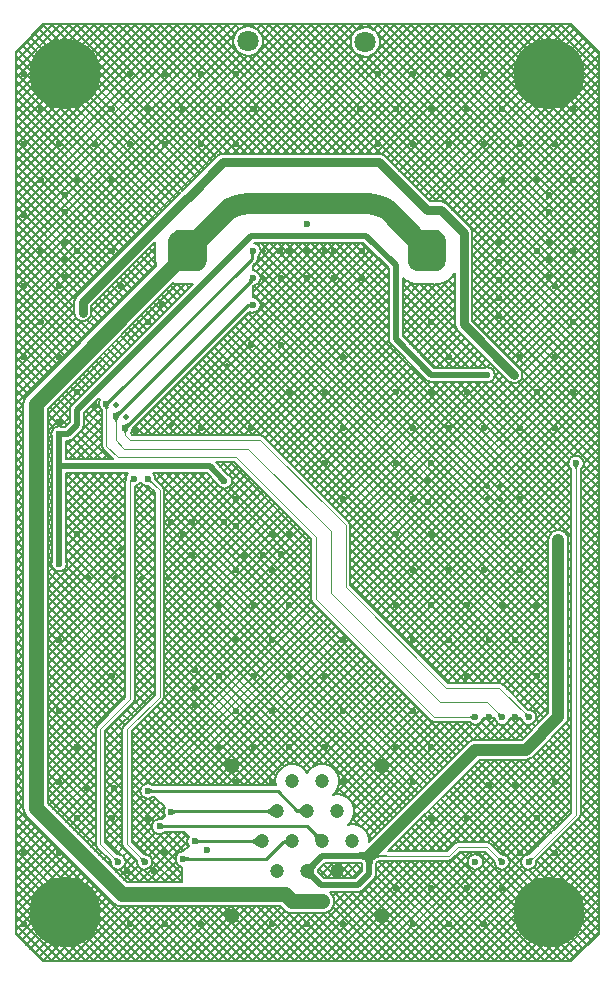
<source format=gbl>
G04*
G04 #@! TF.GenerationSoftware,Altium Limited,Altium Designer,23.11.1 (41)*
G04*
G04 Layer_Physical_Order=4*
G04 Layer_Color=16711680*
%FSLAX25Y25*%
%MOIN*%
G70*
G04*
G04 #@! TF.SameCoordinates,CB1B34B6-0843-45E9-8427-EF7A7B179012*
G04*
G04*
G04 #@! TF.FilePolarity,Positive*
G04*
G01*
G75*
%ADD10C,0.00984*%
%ADD14C,0.00787*%
%ADD50C,0.04724*%
%ADD51C,0.05118*%
%ADD54C,0.01968*%
%ADD56C,0.00492*%
%ADD59C,0.23622*%
%ADD60C,0.02362*%
%ADD61C,0.03150*%
%ADD62C,0.01968*%
%ADD63C,0.07087*%
%ADD64C,0.06890*%
%ADD65C,0.03937*%
%ADD66C,0.04921*%
%ADD67C,0.02953*%
%ADD68C,0.00494*%
G36*
X-37402Y87598D02*
X-37014Y87598D01*
X-36253Y87447D01*
X-35537Y87150D01*
X-34892Y86720D01*
X-34343Y86171D01*
X-33913Y85526D01*
X-33616Y84810D01*
X-33480Y84126D01*
X-33465Y83663D01*
Y83661D01*
X-33465Y83661D01*
X-33465Y83661D01*
X-33465Y77756D01*
X-33465Y77368D01*
X-33616Y76608D01*
X-33913Y75891D01*
X-34343Y75246D01*
X-34892Y74698D01*
X-35537Y74267D01*
X-36253Y73970D01*
X-36939Y73834D01*
X-37402Y73819D01*
X-37402Y73819D01*
Y73819D01*
X-42323D01*
X-42711Y73819D01*
X-43471Y73970D01*
X-44188Y74267D01*
X-44833Y74698D01*
X-45381Y75246D01*
X-45812Y75891D01*
X-46109Y76608D01*
X-46260Y77368D01*
X-46260Y77756D01*
Y84049D01*
X-46109Y84810D01*
X-45812Y85526D01*
X-45381Y86171D01*
X-44833Y86720D01*
X-44188Y87150D01*
X-43471Y87447D01*
X-42711Y87598D01*
X-42323Y87598D01*
X-42323Y87598D01*
X-37402Y87598D01*
D02*
G37*
G36*
X42323Y87598D02*
X42711Y87598D01*
X43471Y87447D01*
X44188Y87150D01*
X44833Y86720D01*
X45381Y86171D01*
X45812Y85526D01*
X46108Y84810D01*
X46244Y84126D01*
X46260Y83663D01*
Y83661D01*
X46260Y83661D01*
X46260Y83661D01*
X46260Y77756D01*
X46260Y77368D01*
X46109Y76608D01*
X45812Y75891D01*
X45381Y75246D01*
X44833Y74698D01*
X44188Y74267D01*
X43471Y73970D01*
X42785Y73834D01*
X42323Y73819D01*
X42323Y73819D01*
Y73819D01*
X37402D01*
X37014Y73819D01*
X36253Y73970D01*
X35537Y74267D01*
X34892Y74698D01*
X34343Y75246D01*
X33913Y75891D01*
X33616Y76608D01*
X33465Y77368D01*
X33465Y77756D01*
Y84049D01*
X33616Y84810D01*
X33913Y85526D01*
X34343Y86171D01*
X34892Y86720D01*
X35537Y87150D01*
X36253Y87447D01*
X37014Y87598D01*
X37402Y87598D01*
X37402Y87598D01*
X42323Y87598D01*
D02*
G37*
G36*
X-17493Y79702D02*
X-17567Y79650D01*
X-17633Y79591D01*
X-17691Y79524D01*
X-17742Y79450D01*
X-17785Y79367D01*
X-17819Y79277D01*
X-17847Y79180D01*
X-17866Y79075D01*
X-17878Y78962D01*
X-17882Y78841D01*
X-18866Y79092D01*
X-18868Y79211D01*
X-18888Y79435D01*
X-18904Y79540D01*
X-18926Y79641D01*
X-18952Y79736D01*
X-18983Y79827D01*
X-19019Y79913D01*
X-19059Y79994D01*
X-19104Y80071D01*
X-17493Y79702D01*
D02*
G37*
G36*
X-17843Y70503D02*
X-17929Y70480D01*
X-18014Y70450D01*
X-18100Y70414D01*
X-18185Y70371D01*
X-18271Y70321D01*
X-18356Y70265D01*
X-18528Y70133D01*
X-18614Y70057D01*
X-18699Y69975D01*
X-19584Y70482D01*
X-19501Y70570D01*
X-19430Y70658D01*
X-19369Y70746D01*
X-19320Y70835D01*
X-19282Y70923D01*
X-19254Y71011D01*
X-19238Y71099D01*
X-19233Y71187D01*
X-19238Y71276D01*
X-19255Y71364D01*
X-17843Y70503D01*
D02*
G37*
G36*
X-19075Y61917D02*
X-19093Y61933D01*
X-19122Y61947D01*
X-19164Y61959D01*
X-19218Y61970D01*
X-19283Y61979D01*
X-19451Y61992D01*
X-19793Y61999D01*
Y62983D01*
X-19686Y62984D01*
X-19427Y63001D01*
X-19361Y63011D01*
X-19305Y63023D01*
X-19259Y63037D01*
X-19223Y63054D01*
X-19198Y63072D01*
X-19183Y63093D01*
X-19075Y61917D01*
D02*
G37*
G36*
X-65321Y30440D02*
X-65403Y30353D01*
X-65476Y30266D01*
X-65541Y30177D01*
X-65596Y30088D01*
X-65644Y29999D01*
X-65682Y29908D01*
X-65712Y29817D01*
X-65733Y29725D01*
X-65745Y29633D01*
X-65748Y29539D01*
X-66917Y30709D01*
X-66824Y30712D01*
X-66731Y30724D01*
X-66640Y30745D01*
X-66548Y30775D01*
X-66458Y30813D01*
X-66368Y30860D01*
X-66279Y30916D01*
X-66191Y30981D01*
X-66104Y31054D01*
X-66017Y31136D01*
X-65321Y30440D01*
D02*
G37*
G36*
X-66600Y29151D02*
X-66618Y29105D01*
X-66633Y29041D01*
X-66646Y28961D01*
X-66667Y28748D01*
X-66669Y28684D01*
X-66102D01*
X-66213Y28571D01*
X-66399Y28353D01*
X-66474Y28248D01*
X-66538Y28144D01*
X-66590Y28043D01*
X-66631Y27945D01*
X-66660Y27849D01*
X-66677Y27755D01*
X-66683Y27664D01*
X-67175D01*
X-67181Y27755D01*
X-67198Y27849D01*
X-67228Y27945D01*
X-67268Y28043D01*
X-67320Y28144D01*
X-67384Y28248D01*
X-67460Y28353D01*
X-67547Y28461D01*
X-67756Y28684D01*
X-67202D01*
X-67225Y29041D01*
X-67241Y29105D01*
X-67258Y29151D01*
X-67277Y29180D01*
X-66581D01*
X-66600Y29151D01*
D02*
G37*
G36*
X-62171Y26503D02*
X-62253Y26416D01*
X-62327Y26329D01*
X-62391Y26240D01*
X-62447Y26151D01*
X-62494Y26062D01*
X-62532Y25971D01*
X-62562Y25880D01*
X-62583Y25788D01*
X-62595Y25696D01*
X-62599Y25602D01*
X-63768Y26772D01*
X-63674Y26775D01*
X-63582Y26787D01*
X-63490Y26808D01*
X-63399Y26838D01*
X-63308Y26876D01*
X-63219Y26923D01*
X-63130Y26979D01*
X-63041Y27044D01*
X-62954Y27117D01*
X-62867Y27199D01*
X-62171Y26503D01*
D02*
G37*
G36*
X-63451Y25214D02*
X-63468Y25168D01*
X-63483Y25104D01*
X-63497Y25024D01*
X-63517Y24811D01*
X-63519Y24747D01*
X-62953D01*
X-63063Y24634D01*
X-63249Y24416D01*
X-63324Y24311D01*
X-63388Y24207D01*
X-63441Y24106D01*
X-63481Y24008D01*
X-63510Y23912D01*
X-63528Y23818D01*
X-63534Y23727D01*
X-64026D01*
X-64031Y23818D01*
X-64049Y23912D01*
X-64078Y24008D01*
X-64118Y24106D01*
X-64171Y24207D01*
X-64235Y24311D01*
X-64310Y24416D01*
X-64397Y24524D01*
X-64606Y24747D01*
X-64052D01*
X-64076Y25104D01*
X-64091Y25168D01*
X-64108Y25214D01*
X-64128Y25243D01*
X-63431D01*
X-63451Y25214D01*
D02*
G37*
G36*
X-59022Y22566D02*
X-59104Y22479D01*
X-59177Y22392D01*
X-59241Y22303D01*
X-59297Y22214D01*
X-59344Y22125D01*
X-59383Y22034D01*
X-59412Y21943D01*
X-59433Y21851D01*
X-59446Y21759D01*
X-59449Y21665D01*
X-60618Y22835D01*
X-60525Y22838D01*
X-60432Y22850D01*
X-60340Y22871D01*
X-60249Y22901D01*
X-60159Y22939D01*
X-60069Y22986D01*
X-59980Y23042D01*
X-59892Y23107D01*
X-59804Y23180D01*
X-59718Y23262D01*
X-59022Y22566D01*
D02*
G37*
G36*
X-60301Y21277D02*
X-60318Y21230D01*
X-60334Y21167D01*
X-60347Y21087D01*
X-60368Y20874D01*
X-60370Y20810D01*
X-59803D01*
X-59913Y20697D01*
X-60099Y20479D01*
X-60175Y20374D01*
X-60239Y20270D01*
X-60291Y20169D01*
X-60332Y20071D01*
X-60361Y19975D01*
X-60378Y19881D01*
X-60384Y19790D01*
X-60876D01*
X-60882Y19881D01*
X-60899Y19975D01*
X-60928Y20071D01*
X-60969Y20169D01*
X-61021Y20270D01*
X-61085Y20374D01*
X-61160Y20479D01*
X-61248Y20587D01*
X-61457Y20810D01*
X-60902D01*
X-60926Y21167D01*
X-60941Y21230D01*
X-60959Y21277D01*
X-60978Y21306D01*
X-60282D01*
X-60301Y21277D01*
D02*
G37*
G36*
X90283Y8886D02*
X90097Y8668D01*
X90022Y8563D01*
X89958Y8459D01*
X89906Y8359D01*
X89865Y8260D01*
X89836Y8164D01*
X89819Y8070D01*
X89813Y7979D01*
X89321D01*
X89315Y8070D01*
X89298Y8164D01*
X89269Y8260D01*
X89228Y8359D01*
X89176Y8459D01*
X89112Y8563D01*
X89036Y8668D01*
X88949Y8776D01*
X88740Y8999D01*
X90394D01*
X90283Y8886D01*
D02*
G37*
G36*
X-58202Y3590D02*
X-58272Y3606D01*
X-58343Y3614D01*
X-58412Y3613D01*
X-58481Y3604D01*
X-58550Y3586D01*
X-58617Y3560D01*
X-58684Y3525D01*
X-58750Y3482D01*
X-58816Y3430D01*
X-58881Y3369D01*
X-59229Y3717D01*
X-59169Y3782D01*
X-59117Y3848D01*
X-59074Y3914D01*
X-59039Y3981D01*
X-59012Y4049D01*
X-58995Y4117D01*
X-58985Y4186D01*
X-58985Y4256D01*
X-58992Y4326D01*
X-59009Y4397D01*
X-58202Y3590D01*
D02*
G37*
G36*
X-51967Y4555D02*
X-51944Y4269D01*
X-51923Y4141D01*
X-51895Y4023D01*
X-51861Y3915D01*
X-51820Y3816D01*
X-51772Y3728D01*
X-51718Y3649D01*
X-51658Y3581D01*
X-52006Y3232D01*
X-52074Y3293D01*
X-52153Y3347D01*
X-52241Y3394D01*
X-52340Y3435D01*
X-52448Y3470D01*
X-52566Y3497D01*
X-52694Y3519D01*
X-52832Y3534D01*
X-53138Y3543D01*
X-51969Y4713D01*
X-51967Y4555D01*
D02*
G37*
G36*
X72744Y-73372D02*
X72822Y-73426D01*
X72911Y-73473D01*
X73009Y-73514D01*
X73118Y-73548D01*
X73236Y-73576D01*
X73364Y-73598D01*
X73502Y-73612D01*
X73807Y-73622D01*
X72638Y-74791D01*
X72636Y-74634D01*
X72613Y-74348D01*
X72592Y-74220D01*
X72564Y-74102D01*
X72530Y-73993D01*
X72489Y-73895D01*
X72442Y-73807D01*
X72387Y-73728D01*
X72327Y-73659D01*
X72675Y-73311D01*
X72744Y-73372D01*
D02*
G37*
G36*
X63885D02*
X63964Y-73426D01*
X64053Y-73473D01*
X64151Y-73514D01*
X64259Y-73548D01*
X64377Y-73576D01*
X64505Y-73598D01*
X64643Y-73612D01*
X64949Y-73622D01*
X63780Y-74791D01*
X63778Y-74634D01*
X63755Y-74348D01*
X63734Y-74220D01*
X63706Y-74102D01*
X63672Y-73993D01*
X63631Y-73895D01*
X63583Y-73807D01*
X63529Y-73728D01*
X63469Y-73659D01*
X63817Y-73311D01*
X63885Y-73372D01*
D02*
G37*
G36*
X55259Y-75630D02*
X55146Y-75520D01*
X54928Y-75334D01*
X54822Y-75258D01*
X54719Y-75194D01*
X54618Y-75142D01*
X54520Y-75102D01*
X54424Y-75072D01*
X54330Y-75055D01*
X54238Y-75049D01*
Y-74557D01*
X54330Y-74551D01*
X54424Y-74534D01*
X54520Y-74505D01*
X54618Y-74464D01*
X54719Y-74412D01*
X54822Y-74348D01*
X54928Y-74273D01*
X55036Y-74185D01*
X55259Y-73976D01*
Y-75630D01*
D02*
G37*
G36*
X-52238Y-98646D02*
X-52164Y-98703D01*
X-52084Y-98753D01*
X-51999Y-98797D01*
X-51907Y-98834D01*
X-51811Y-98864D01*
X-51708Y-98887D01*
X-51600Y-98904D01*
X-51487Y-98914D01*
X-51367Y-98917D01*
Y-99902D01*
X-51487Y-99905D01*
X-51600Y-99915D01*
X-51708Y-99932D01*
X-51811Y-99955D01*
X-51907Y-99985D01*
X-51999Y-100022D01*
X-52084Y-100066D01*
X-52164Y-100116D01*
X-52238Y-100173D01*
X-52306Y-100236D01*
Y-98583D01*
X-52238Y-98646D01*
D02*
G37*
G36*
X-2176Y-107059D02*
X-2231Y-106950D01*
X-2298Y-106852D01*
X-2376Y-106765D01*
X-2467Y-106690D01*
X-2569Y-106627D01*
X-2684Y-106575D01*
X-2811Y-106534D01*
X-2949Y-106505D01*
X-3099Y-106488D01*
X-3262Y-106482D01*
Y-105498D01*
X-3087Y-105493D01*
X-2924Y-105476D01*
X-2773Y-105449D01*
X-2633Y-105411D01*
X-2505Y-105362D01*
X-2389Y-105302D01*
X-2284Y-105231D01*
X-2191Y-105149D01*
X-2110Y-105056D01*
X-2041Y-104953D01*
X-2176Y-107059D01*
D02*
G37*
G36*
X-44417Y-105477D02*
X-44340Y-105530D01*
X-44257Y-105576D01*
X-44169Y-105617D01*
X-44076Y-105651D01*
X-43978Y-105679D01*
X-43875Y-105700D01*
X-43766Y-105716D01*
X-43652Y-105725D01*
X-43533Y-105728D01*
X-43461Y-106713D01*
X-43580Y-106716D01*
X-43694Y-106727D01*
X-43801Y-106745D01*
X-43902Y-106770D01*
X-43997Y-106801D01*
X-44086Y-106841D01*
X-44168Y-106887D01*
X-44245Y-106940D01*
X-44315Y-107000D01*
X-44379Y-107068D01*
X-44489Y-105418D01*
X-44417Y-105477D01*
D02*
G37*
G36*
X-11631Y-107850D02*
X-11866Y-107634D01*
X-12319Y-107270D01*
X-12536Y-107122D01*
X-12746Y-106997D01*
X-12951Y-106895D01*
X-13150Y-106815D01*
X-13342Y-106758D01*
X-13529Y-106724D01*
X-13709Y-106713D01*
X-13743Y-105728D01*
X-13558Y-105717D01*
X-13369Y-105681D01*
X-13177Y-105622D01*
X-12982Y-105539D01*
X-12784Y-105433D01*
X-12582Y-105303D01*
X-12377Y-105149D01*
X-12168Y-104971D01*
X-11956Y-104770D01*
X-11741Y-104545D01*
X-11631Y-107850D01*
D02*
G37*
G36*
X-48301Y-110457D02*
X-48227Y-110514D01*
X-48147Y-110564D01*
X-48061Y-110608D01*
X-47970Y-110645D01*
X-47874Y-110675D01*
X-47771Y-110698D01*
X-47663Y-110715D01*
X-47550Y-110725D01*
X-47430Y-110728D01*
Y-111713D01*
X-47550Y-111716D01*
X-47663Y-111726D01*
X-47771Y-111743D01*
X-47874Y-111766D01*
X-47970Y-111796D01*
X-48061Y-111833D01*
X-48147Y-111877D01*
X-48227Y-111927D01*
X-48301Y-111984D01*
X-48369Y-112047D01*
Y-110394D01*
X-48301Y-110457D01*
D02*
G37*
G36*
X2850Y-113279D02*
X3007Y-113387D01*
X3184Y-113482D01*
X3381Y-113564D01*
X3597Y-113633D01*
X3834Y-113688D01*
X4090Y-113731D01*
X4366Y-113760D01*
X4976Y-113780D01*
X2638Y-116118D01*
X2635Y-115803D01*
X2589Y-115231D01*
X2546Y-114975D01*
X2491Y-114739D01*
X2422Y-114523D01*
X2340Y-114326D01*
X2245Y-114149D01*
X2137Y-113992D01*
X2016Y-113854D01*
X2712Y-113158D01*
X2850Y-113279D01*
D02*
G37*
G36*
X-36490Y-115378D02*
X-36416Y-115435D01*
X-36336Y-115486D01*
X-36250Y-115529D01*
X-36159Y-115566D01*
X-36063Y-115596D01*
X-35960Y-115620D01*
X-35852Y-115636D01*
X-35739Y-115646D01*
X-35619Y-115650D01*
Y-116634D01*
X-35739Y-116637D01*
X-35852Y-116647D01*
X-35960Y-116664D01*
X-36063Y-116687D01*
X-36159Y-116718D01*
X-36250Y-116754D01*
X-36336Y-116798D01*
X-36416Y-116848D01*
X-36490Y-116905D01*
X-36558Y-116969D01*
Y-115315D01*
X-36490Y-115378D01*
D02*
G37*
G36*
X-7022Y-117362D02*
X-7081Y-117280D01*
X-7152Y-117205D01*
X-7236Y-117140D01*
X-7332Y-117084D01*
X-7440Y-117036D01*
X-7560Y-116996D01*
X-7694Y-116966D01*
X-7839Y-116944D01*
X-7997Y-116931D01*
X-8167Y-116927D01*
Y-115943D01*
X-8021Y-115938D01*
X-7888Y-115923D01*
X-7767Y-115899D01*
X-7658Y-115865D01*
X-7561Y-115821D01*
X-7476Y-115768D01*
X-7404Y-115704D01*
X-7344Y-115631D01*
X-7296Y-115549D01*
X-7260Y-115456D01*
X-7022Y-117362D01*
D02*
G37*
G36*
X-16687Y-117795D02*
X-16912Y-117575D01*
X-17348Y-117203D01*
X-17560Y-117052D01*
X-17766Y-116924D01*
X-17968Y-116820D01*
X-18165Y-116738D01*
X-18357Y-116680D01*
X-18545Y-116646D01*
X-18727Y-116634D01*
Y-115650D01*
X-18545Y-115638D01*
X-18357Y-115603D01*
X-18165Y-115545D01*
X-17968Y-115464D01*
X-17766Y-115359D01*
X-17560Y-115232D01*
X-17348Y-115081D01*
X-17133Y-114906D01*
X-16687Y-114488D01*
Y-117795D01*
D02*
G37*
G36*
X22312Y-119888D02*
X22607Y-120083D01*
X22947Y-120255D01*
X23331Y-120404D01*
X23759Y-120529D01*
X24231Y-120633D01*
X24747Y-120713D01*
X25911Y-120805D01*
X26559Y-120816D01*
Y-121310D01*
X25911Y-121321D01*
X24747Y-121413D01*
X24231Y-121493D01*
X23759Y-121597D01*
X23331Y-121722D01*
X22947Y-121871D01*
X22607Y-122043D01*
X22312Y-122238D01*
X22062Y-122455D01*
X21984Y-122570D01*
X21915Y-122755D01*
X21854Y-123008D01*
X21801Y-123330D01*
X21719Y-124181D01*
X21658Y-125971D01*
X21654Y-126705D01*
X19685D01*
X19681Y-125971D01*
X19485Y-123008D01*
X19467Y-122937D01*
X19370Y-122756D01*
X19193Y-122539D01*
X18976Y-122362D01*
X18795Y-122265D01*
X18724Y-122247D01*
X18402Y-122194D01*
X17552Y-122113D01*
X15762Y-122051D01*
X15028Y-122047D01*
Y-121314D01*
X14779Y-121310D01*
Y-120816D01*
X15028Y-120812D01*
Y-120079D01*
X15762Y-120075D01*
X18724Y-119878D01*
X18977Y-119817D01*
X19162Y-119748D01*
X19278Y-119670D01*
Y-120683D01*
X19402Y-120654D01*
X19584Y-120596D01*
X19741Y-120528D01*
X19871Y-120452D01*
X19974Y-120367D01*
Y-121295D01*
X20669Y-121063D01*
X20206Y-122454D01*
X22060D01*
Y-121443D01*
X21937Y-121472D01*
X21754Y-121530D01*
X21598Y-121598D01*
X21468Y-121674D01*
X21365Y-121759D01*
Y-120367D01*
X21468Y-120452D01*
X21598Y-120528D01*
X21754Y-120596D01*
X21937Y-120654D01*
X22060Y-120683D01*
Y-119670D01*
X22312Y-119888D01*
D02*
G37*
G36*
X5878Y-120452D02*
X6007Y-120528D01*
X6164Y-120596D01*
X6346Y-120654D01*
X6556Y-120704D01*
X6792Y-120744D01*
X7343Y-120798D01*
X7658Y-120811D01*
X8000Y-120816D01*
Y-121310D01*
X7658Y-121315D01*
X6792Y-121382D01*
X6556Y-121422D01*
X6346Y-121472D01*
X6164Y-121530D01*
X6007Y-121598D01*
X5878Y-121674D01*
X5774Y-121759D01*
Y-120367D01*
X5878Y-120452D01*
D02*
G37*
G36*
X-40427Y-121284D02*
X-40353Y-121341D01*
X-40273Y-121391D01*
X-40187Y-121435D01*
X-40096Y-121472D01*
X-40000Y-121502D01*
X-39897Y-121525D01*
X-39789Y-121542D01*
X-39676Y-121552D01*
X-39556Y-121555D01*
Y-122539D01*
X-39676Y-122543D01*
X-39789Y-122553D01*
X-39897Y-122570D01*
X-40000Y-122593D01*
X-40096Y-122623D01*
X-40187Y-122660D01*
X-40273Y-122703D01*
X-40353Y-122754D01*
X-40427Y-122810D01*
X-40495Y-122874D01*
Y-121221D01*
X-40427Y-121284D01*
D02*
G37*
G36*
X75311Y-121888D02*
X75250Y-121956D01*
X75196Y-122035D01*
X75149Y-122123D01*
X75108Y-122222D01*
X75074Y-122330D01*
X75046Y-122448D01*
X75024Y-122576D01*
X75010Y-122714D01*
X75000Y-123020D01*
X73831Y-121851D01*
X73988Y-121849D01*
X74274Y-121826D01*
X74402Y-121805D01*
X74520Y-121777D01*
X74629Y-121742D01*
X74727Y-121702D01*
X74815Y-121654D01*
X74894Y-121600D01*
X74963Y-121540D01*
X75311Y-121888D01*
D02*
G37*
G36*
X63886Y-121600D02*
X63965Y-121654D01*
X64054Y-121701D01*
X64152Y-121742D01*
X64260Y-121777D01*
X64378Y-121804D01*
X64506Y-121826D01*
X64644Y-121841D01*
X64949Y-121851D01*
X63780Y-123020D01*
X63778Y-122862D01*
X63755Y-122577D01*
X63734Y-122449D01*
X63706Y-122331D01*
X63671Y-122223D01*
X63630Y-122124D01*
X63583Y-122036D01*
X63529Y-121957D01*
X63468Y-121888D01*
X63818Y-121539D01*
X63886Y-121600D01*
D02*
G37*
G36*
X-55209Y-121600D02*
X-55130Y-121654D01*
X-55042Y-121702D01*
X-54944Y-121742D01*
X-54835Y-121777D01*
X-54717Y-121805D01*
X-54589Y-121826D01*
X-54451Y-121841D01*
X-54146Y-121851D01*
X-55315Y-123020D01*
X-55317Y-122862D01*
X-55339Y-122576D01*
X-55361Y-122448D01*
X-55389Y-122330D01*
X-55423Y-122222D01*
X-55464Y-122123D01*
X-55511Y-122035D01*
X-55565Y-121956D01*
X-55626Y-121888D01*
X-55278Y-121540D01*
X-55209Y-121600D01*
D02*
G37*
G36*
X-64067D02*
X-63989Y-121654D01*
X-63900Y-121702D01*
X-63802Y-121742D01*
X-63693Y-121777D01*
X-63575Y-121805D01*
X-63447Y-121826D01*
X-63309Y-121841D01*
X-63004Y-121851D01*
X-64173Y-123020D01*
X-64175Y-122862D01*
X-64198Y-122576D01*
X-64219Y-122448D01*
X-64247Y-122330D01*
X-64281Y-122222D01*
X-64322Y-122123D01*
X-64369Y-122035D01*
X-64424Y-121956D01*
X-64484Y-121888D01*
X-64136Y-121540D01*
X-64067Y-121600D01*
D02*
G37*
G36*
X5079Y-122047D02*
X4946Y-122060D01*
X4800Y-122098D01*
X4642Y-122160D01*
X4471Y-122248D01*
X4289Y-122361D01*
X4093Y-122500D01*
X3665Y-122851D01*
X3433Y-123065D01*
X3188Y-123303D01*
X2838Y-122954D01*
X3077Y-122709D01*
X3642Y-122049D01*
X3780Y-121853D01*
X3893Y-121670D01*
X3981Y-121500D01*
X4044Y-121342D01*
X4082Y-121196D01*
X4095Y-121062D01*
X5079Y-122047D01*
D02*
G37*
G36*
X2325Y-123426D02*
X2375Y-123398D01*
X2488Y-123304D01*
X2838Y-123653D01*
X2744Y-123767D01*
X2715Y-123816D01*
X3216Y-124317D01*
X3052Y-124491D01*
X2906Y-124666D01*
X2777Y-124842D01*
X2665Y-125020D01*
X2571Y-125199D01*
X2494Y-125380D01*
X2435Y-125563D01*
X2393Y-125746D01*
X2369Y-125931D01*
X2362Y-126118D01*
X1421Y-125178D01*
X1299Y-125352D01*
X1185Y-125534D01*
X1098Y-125705D01*
X1035Y-125863D01*
X997Y-126009D01*
X984Y-126142D01*
X-1Y-125157D01*
X133Y-125145D01*
X279Y-125107D01*
X437Y-125044D01*
X607Y-124956D01*
X790Y-124843D01*
X964Y-124720D01*
X24Y-123780D01*
X210Y-123773D01*
X396Y-123749D01*
X579Y-123707D01*
X762Y-123648D01*
X942Y-123571D01*
X1122Y-123477D01*
X1299Y-123365D01*
X1476Y-123236D01*
X1651Y-123089D01*
X1824Y-122925D01*
X2325Y-123426D01*
D02*
G37*
G36*
X2369Y-126352D02*
X2393Y-126537D01*
X2435Y-126721D01*
X2494Y-126903D01*
X2571Y-127084D01*
X2665Y-127263D01*
X2777Y-127441D01*
X2906Y-127618D01*
X3052Y-127793D01*
X3216Y-127966D01*
X1824Y-129358D01*
X1651Y-129194D01*
X1476Y-129048D01*
X1299Y-128918D01*
X1122Y-128807D01*
X942Y-128712D01*
X762Y-128636D01*
X579Y-128577D01*
X396Y-128535D01*
X210Y-128510D01*
X24Y-128504D01*
X2362Y-126165D01*
X2369Y-126352D01*
D02*
G37*
%LPC*%
G36*
X19278Y-121443D02*
Y-121527D01*
X19423Y-121478D01*
X19402Y-121472D01*
X19278Y-121443D01*
D02*
G37*
%LPD*%
D10*
X-18374Y78083D02*
Y80445D01*
X-66929Y29528D02*
X-18374Y78083D01*
X-41339Y-122047D02*
X-13780D01*
X-19793Y62491D02*
X-18218D01*
X-60630Y21654D02*
X-19793Y62491D01*
X-8167Y-116435D02*
X-5293D01*
X-5000Y-116142D01*
X-13780Y-122047D02*
X-8167Y-116435D01*
X-3262Y-105990D02*
X-152D01*
X0Y-106142D01*
X-9843Y-99410D02*
X-3262Y-105990D01*
X-53150Y-99410D02*
X-9843D01*
X-10079Y-106220D02*
X-10000Y-106142D01*
X-45276Y-106299D02*
X-45197Y-106220D01*
X-10079D01*
X79Y-111221D02*
X5000Y-116142D01*
X-49213Y-111221D02*
X79D01*
X-63779Y25591D02*
X-18374Y70996D01*
X-37402Y-116142D02*
X-15000D01*
D14*
X91191Y7865D02*
X91880Y8749D01*
X92126Y9843D01*
X91922Y10845D01*
X91341Y11687D01*
X90476Y12235D01*
X89467Y12400D01*
X88473Y12156D01*
X87654Y11543D01*
X87141Y10658D01*
X87016Y9642D01*
X87298Y8659D01*
X87943Y7865D01*
X71752Y39370D02*
X71535Y40462D01*
X70916Y41388D01*
X62598Y39370D02*
X62403Y40350D01*
X61847Y41181D01*
X61016Y41736D01*
X60035Y41929D01*
X59055Y41732D01*
X66879Y37352D02*
X67659Y36798D01*
X68578Y36534D01*
X69533Y36587D01*
X70416Y36953D01*
X71129Y37590D01*
X71592Y38427D01*
X71752Y39370D01*
X59055Y37008D02*
X60035Y36811D01*
X61016Y37005D01*
X61847Y37559D01*
X62403Y38390D01*
X62598Y39370D01*
X87008Y-15748D02*
X86872Y-14805D01*
X86477Y-13939D01*
X85853Y-13219D01*
X85052Y-12704D01*
X84138Y-12436D01*
X83185D01*
X82271Y-12704D01*
X81470Y-13219D01*
X80846Y-13939D01*
X80450Y-14805D01*
X80315Y-15748D01*
X46507Y96310D02*
X45581Y96928D01*
X44488Y97146D01*
X55020Y86614D02*
X54802Y87707D01*
X54184Y88633D01*
X55020Y86614D02*
X54802Y87707D01*
X54184Y88633D01*
X46507Y96310D02*
X45581Y96928D01*
X44488Y97146D01*
X25936Y112255D02*
X25010Y112873D01*
X23917Y113091D01*
X25936Y112255D02*
X25010Y112873D01*
X23917Y113091D01*
X24311Y150295D02*
X24210Y151286D01*
X23912Y152236D01*
X23429Y153107D01*
X22780Y153862D01*
X21993Y154472D01*
X21099Y154910D01*
X20135Y155160D01*
X19140Y155210D01*
X18156Y155059D01*
X17222Y154714D01*
X16377Y154187D01*
X15656Y153501D01*
X15087Y152684D01*
X14694Y151769D01*
X14494Y150793D01*
Y149797D01*
X14694Y148822D01*
X15087Y147907D01*
X15656Y147090D01*
X16377Y146404D01*
X17222Y145877D01*
X18156Y145531D01*
X19140Y145380D01*
X20135Y145431D01*
X21099Y145680D01*
X21993Y146119D01*
X22780Y146728D01*
X23429Y147484D01*
X23912Y148355D01*
X24210Y149305D01*
X24311Y150295D01*
X-14764Y150591D02*
X-14864Y151581D01*
X-15163Y152531D01*
X-15646Y153402D01*
X-16295Y154157D01*
X-17082Y154767D01*
X-17976Y155206D01*
X-18940Y155455D01*
X-19934Y155506D01*
X-20919Y155355D01*
X-21852Y155009D01*
X-22697Y154482D01*
X-23419Y153796D01*
X-23988Y152979D01*
X-24381Y152064D01*
X-24581Y151088D01*
Y150093D01*
X-24381Y149117D01*
X-23988Y148202D01*
X-23419Y147385D01*
X-22697Y146699D01*
X-21852Y146172D01*
X-20919Y145826D01*
X-19934Y145676D01*
X-18940Y145726D01*
X-17976Y145976D01*
X-17082Y146414D01*
X-16295Y147024D01*
X-15646Y147779D01*
X-15163Y148650D01*
X-14864Y149600D01*
X-14764Y150591D01*
X-16504Y78717D02*
X-15802Y79605D01*
X-15551Y80709D01*
X-17052Y76761D02*
X-16504Y78083D01*
X-28051Y113091D02*
X-29144Y112873D01*
X-30070Y112255D01*
X-28051Y113091D02*
X-29144Y112873D01*
X-30070Y112255D01*
X-15551Y80709D02*
X-15713Y81603D01*
X-16177Y82385D01*
X-16885Y82955D01*
X-17748Y83242D01*
X-15551Y71653D02*
X-15731Y72595D01*
X-16244Y73405D01*
X-17019Y73968D01*
X-17948Y74207D01*
X-17052Y76761D02*
X-16504Y78083D01*
X-17574Y69151D02*
X-16533Y69639D01*
X-15810Y70533D01*
X-15551Y71653D01*
X49311Y56102D02*
X49528Y55010D01*
X50147Y54084D01*
X49311Y56102D02*
X49528Y55010D01*
X50147Y54084D01*
X39668Y37700D02*
X40435Y37188D01*
X41339Y37008D01*
X39668Y37700D02*
X40435Y37188D01*
X41339Y37008D01*
X27165Y51181D02*
X27345Y50277D01*
X27857Y49511D01*
X27165Y51181D02*
X27345Y50277D01*
X27857Y49511D01*
X-14600Y18865D02*
X-15748Y19341D01*
X-15551Y62598D02*
X-15731Y63540D01*
X-16244Y64350D01*
X-17019Y64913D01*
X-17948Y65152D01*
X-19304Y60335D02*
X-18300Y60046D01*
X-17264Y60184D01*
X-16369Y60723D01*
X-15765Y61576D01*
X-15551Y62598D01*
X-14600Y18865D02*
X-15748Y19341D01*
X14419Y-10827D02*
X13944Y-9678D01*
X14419Y-10827D02*
X13944Y-9678D01*
X-25000Y3937D02*
X-25196Y4918D01*
X-25752Y5749D01*
X-26585Y6303D01*
X-29925Y2963D02*
X-29372Y2131D01*
X-28542Y1574D01*
X-27562Y1378D01*
X-26582Y1572D01*
X-25751Y2126D01*
X-25195Y2957D01*
X-25000Y3937D01*
X1329Y-35433D02*
X1804Y-36581D01*
X1329Y-35433D02*
X1804Y-36581D01*
X86028Y-77169D02*
X86559Y-76476D01*
X86894Y-75669D01*
X87008Y-74803D01*
X86028Y-77169D02*
X86559Y-76476D01*
X86894Y-75669D01*
X87008Y-74803D01*
X76378Y-74803D02*
X76158Y-73766D01*
X75538Y-72907D01*
X74622Y-72373D01*
X73569Y-72256D01*
X71296Y-75229D02*
X71623Y-76117D01*
X72250Y-76825D01*
X73092Y-77257D01*
X74033Y-77353D01*
X74945Y-77101D01*
X75703Y-76535D01*
X76203Y-75733D01*
X76378Y-74803D01*
X90715Y-108432D02*
X91191Y-107283D01*
X90715Y-108432D02*
X91191Y-107283D01*
X76378Y-123031D02*
X76366Y-122781D01*
X72835Y-88976D02*
X73701Y-88862D01*
X74508Y-88528D01*
X75201Y-87996D01*
X72835Y-88976D02*
X73701Y-88862D01*
X74508Y-88528D01*
X75201Y-87996D01*
X74069Y-120485D02*
X73055Y-120589D01*
X72163Y-121081D01*
X71533Y-121881D01*
X71265Y-122865D01*
X71403Y-123874D01*
X71923Y-124750D01*
X72744Y-125354D01*
X73735Y-125589D01*
X74740Y-125419D01*
X75599Y-124870D01*
X76175Y-124030D01*
X76378Y-123031D01*
X65125Y-63812D02*
X63976Y-63337D01*
X65125Y-63812D02*
X63976Y-63337D01*
X62437Y-75229D02*
X62804Y-76180D01*
X63512Y-76913D01*
X64451Y-77311D01*
X65470D01*
X66409Y-76913D01*
X67117Y-76180D01*
X67484Y-75229D01*
X54125Y-76427D02*
X54871Y-77046D01*
X55793Y-77343D01*
X56761Y-77276D01*
X57633Y-76854D01*
X58286Y-76137D01*
X58626Y-75229D01*
X41175Y-75951D02*
X42323Y-76427D01*
X41175Y-75951D02*
X42323Y-76427D01*
X56102Y-82284D02*
X55236Y-82398D01*
X54429Y-82732D01*
X53736Y-83264D01*
X56102Y-82284D02*
X55236Y-82398D01*
X54429Y-82732D01*
X53736Y-83264D01*
X61190Y-116963D02*
X60039Y-116485D01*
X61188Y-116961D02*
X60039Y-116485D01*
X50197D02*
X49046Y-116963D01*
X50197Y-116485D02*
X49048Y-116961D01*
X10708Y-96142D02*
X10620Y-95143D01*
X10359Y-94175D01*
X9932Y-93268D01*
X9353Y-92449D01*
X8640Y-91744D01*
X7814Y-91175D01*
X6902Y-90759D01*
X5931Y-90510D01*
X4931Y-90434D01*
X3934Y-90534D01*
X2969Y-90807D01*
X2067Y-91245D01*
X1255Y-91833D01*
X559Y-92555D01*
X0Y-93387D01*
X-575Y-92535D01*
X-1294Y-91800D01*
X-2133Y-91206D01*
X-3064Y-90771D01*
X-4059Y-90511D01*
X-5084Y-90434D01*
X-6107Y-90542D01*
X-7093Y-90831D01*
X-8012Y-91292D01*
X-8833Y-91911D01*
X-9529Y-92667D01*
X-10079Y-93536D01*
X-10464Y-94489D01*
X-10672Y-95496D01*
X-10696Y-96524D01*
X-10535Y-97539D01*
X8534Y-100625D02*
X9282Y-99917D01*
X9890Y-99086D01*
X10340Y-98159D01*
X10616Y-97167D01*
X10708Y-96142D01*
X15709Y-106142D02*
X15613Y-105103D01*
X15330Y-104098D01*
X14869Y-103162D01*
X14245Y-102326D01*
X13480Y-101617D01*
X12598Y-101059D01*
X11629Y-100671D01*
X10606Y-100466D01*
X9563Y-100450D01*
X8534Y-100625D01*
X13534Y-110625D02*
X14282Y-109917D01*
X14890Y-109086D01*
X15340Y-108159D01*
X15616Y-107167D01*
X15709Y-106142D01*
X20708Y-116142D02*
X20613Y-115103D01*
X20330Y-114098D01*
X19869Y-113162D01*
X19245Y-112326D01*
X18480Y-111617D01*
X17598Y-111059D01*
X16629Y-110671D01*
X15606Y-110466D01*
X14563Y-110450D01*
X13534Y-110625D01*
X58661Y-123031D02*
X58467Y-122052D01*
X57912Y-121222D01*
X57082Y-120667D01*
X56102Y-120472D01*
X55123Y-120667D01*
X54293Y-121222D01*
X53738Y-122052D01*
X53543Y-123031D01*
X53738Y-124011D01*
X54293Y-124841D01*
X55123Y-125396D01*
X56102Y-125591D01*
X57082Y-125396D01*
X57912Y-124841D01*
X58467Y-124011D01*
X58661Y-123031D01*
X67520D02*
X67300Y-121995D01*
X66680Y-121136D01*
X65765Y-120602D01*
X64712Y-120485D01*
X47244Y-122688D02*
X48393Y-122212D01*
X62414Y-122783D02*
X62522Y-123806D01*
X63024Y-124704D01*
X63839Y-125332D01*
X64836Y-125587D01*
X65853Y-125430D01*
X66726Y-124884D01*
X67313Y-124039D01*
X67520Y-123031D01*
X47244Y-122688D02*
X48395Y-122210D01*
X22340Y-128639D02*
X22852Y-127873D01*
X23031Y-126969D01*
X22340Y-128639D02*
X22852Y-127873D01*
X23031Y-126969D01*
X16851Y-133149D02*
X17755Y-132970D01*
X18521Y-132457D01*
X16851Y-133149D02*
X17755Y-132970D01*
X18521Y-132457D01*
X9035Y-136142D02*
X8880Y-135033D01*
X8426Y-134009D01*
X7707Y-133149D01*
X5000Y-140177D02*
X6044Y-140040D01*
X7018Y-139637D01*
X7853Y-138995D01*
X8495Y-138159D01*
X8898Y-137186D01*
X9035Y-136142D01*
X3721Y-126522D02*
X3740Y-126142D01*
X3721Y-125762D01*
X-7853Y-138995D02*
X-7018Y-139637D01*
X-6044Y-140040D01*
X-5000Y-140177D01*
X-7853Y-138995D02*
X-7018Y-139637D01*
X-6044Y-140040D01*
X-5000Y-140177D01*
X-50591Y4724D02*
X-50775Y5679D01*
X-51303Y6496D01*
X-50603Y4474D02*
X-50591Y4724D01*
X-47589Y787D02*
X-48064Y1936D01*
X-55512Y3740D02*
X-54896Y2854D01*
X-53971Y2301D01*
X-52899Y2178D01*
X-47589Y787D02*
X-48064Y1936D01*
X-58853Y19812D02*
X-58292Y20613D01*
X-58072Y21566D01*
X-57431Y2204D02*
X-56629Y2489D01*
X-55965Y3020D01*
X-55512Y3740D01*
X-59721Y6496D02*
X-60299Y5541D01*
X-60416Y4430D01*
X-60416Y4430D02*
X-60679Y3543D01*
X-60416Y4430D02*
X-60679Y3543D01*
X-77658Y60039D02*
X-77485Y59063D01*
X-76990Y58205D01*
X-76230Y57567D01*
X-75299Y57228D01*
X-74308D01*
X-73376Y57567D01*
X-72617Y58205D01*
X-72121Y59063D01*
X-71949Y60039D01*
X-76822Y65503D02*
X-77440Y64577D01*
X-77658Y63484D01*
X-76822Y65503D02*
X-77440Y64577D01*
X-77658Y63484D01*
X-93405Y32381D02*
X-94046Y31545D01*
X-94449Y30572D01*
X-94587Y29528D01*
X-69015Y31010D02*
X-69413Y30143D01*
X-69466Y29189D01*
X-69165Y28283D01*
X-68553Y27550D01*
X-75101Y20967D02*
X-74589Y21734D01*
X-74410Y22638D01*
X-75101Y20967D02*
X-74589Y21734D01*
X-74410Y22638D01*
X-78442Y29229D02*
X-78954Y28463D01*
X-79134Y27559D01*
X-78442Y29229D02*
X-78954Y28463D01*
X-79134Y27559D01*
X-81693Y22047D02*
X-82674Y22244D01*
X-83655Y22050D01*
X-84487Y21495D01*
X-85042Y20663D01*
X-85236Y19681D01*
X-85039Y18701D01*
X-93405Y32381D02*
X-94046Y31545D01*
X-94449Y30572D01*
X-94587Y29528D01*
X-68553Y15748D02*
X-68077Y14600D01*
X-68553Y15748D02*
X-68077Y14600D01*
X-79724Y17323D02*
X-78820Y17503D01*
X-78054Y18015D01*
X-79724Y17323D02*
X-78820Y17503D01*
X-78054Y18015D01*
X-85039Y-22638D02*
X-85236Y-23617D01*
X-85043Y-24598D01*
X-84489Y-25429D01*
X-83659Y-25985D01*
X-82679Y-26181D01*
X-81700Y-25987D01*
X-80869Y-25432D01*
X-80313Y-24602D01*
X-80118Y-23622D01*
X-80315Y-22638D01*
X-48064Y-69062D02*
X-47589Y-67913D01*
X-48064Y-69062D02*
X-47589Y-67913D01*
X-57907Y-70046D02*
X-57431Y-68898D01*
X-57907Y-70046D02*
X-57431Y-68898D01*
X-39487Y-114659D02*
X-39906Y-115618D01*
Y-116665D01*
X-39487Y-117625D01*
X-41351Y-119488D02*
X-42278Y-119667D01*
X-43078Y-120170D01*
X-43640Y-120928D01*
X-43889Y-121839D01*
X-43791Y-122779D01*
X-43358Y-123618D01*
X-42651Y-124244D01*
X-41765Y-124571D01*
X-47361Y-104816D02*
X-47780Y-105776D01*
Y-106823D01*
X-47361Y-107782D01*
X-51403Y-97539D02*
X-52238Y-97018D01*
X-53208Y-96851D01*
X-54169Y-97062D01*
X-54979Y-97621D01*
X-55519Y-98444D01*
X-55709Y-99410D01*
X-55519Y-100375D01*
X-54979Y-101198D01*
X-54169Y-101757D01*
X-53208Y-101968D01*
X-52238Y-101801D01*
X-51403Y-101279D01*
X-48380Y-108801D02*
X-49347Y-108665D01*
X-50295Y-108902D01*
X-51085Y-109476D01*
X-51602Y-110304D01*
X-51771Y-111266D01*
X-51568Y-112222D01*
X-51021Y-113031D01*
X-50211Y-113577D01*
X-49255Y-113779D01*
X-48294Y-113609D01*
X-47466Y-113091D01*
X-51575Y-123031D02*
X-51794Y-121995D01*
X-52415Y-121136D01*
X-53331Y-120602D01*
X-54384Y-120485D01*
X-56681Y-122781D02*
X-56573Y-123805D01*
X-56071Y-124703D01*
X-55256Y-125331D01*
X-54259Y-125587D01*
X-53242Y-125430D01*
X-52369Y-124885D01*
X-51782Y-124040D01*
X-51575Y-123031D01*
X-60433D02*
X-60653Y-121995D01*
X-61273Y-121136D01*
X-62189Y-120602D01*
X-63242Y-120485D01*
X-65539Y-122781D02*
X-65431Y-123805D01*
X-64929Y-124703D01*
X-64114Y-125331D01*
X-63117Y-125587D01*
X-62100Y-125430D01*
X-61227Y-124885D01*
X-60640Y-124040D01*
X-60433Y-123031D01*
X-70046Y-77592D02*
X-70522Y-78740D01*
X-61188Y-77592D02*
X-61663Y-78740D01*
X-70046Y-77592D02*
X-70522Y-78740D01*
X-61188Y-77592D02*
X-61663Y-78740D01*
Y-117126D02*
X-61188Y-118274D01*
X-61663Y-117126D02*
X-61188Y-118274D01*
X-64721Y-136712D02*
X-63885Y-137353D01*
X-62912Y-137756D01*
X-61867Y-137894D01*
X-64721Y-136712D02*
X-63885Y-137353D01*
X-62912Y-137756D01*
X-61867Y-137894D01*
X-70522Y-117126D02*
X-70046Y-118274D01*
X-70522Y-117126D02*
X-70046Y-118274D01*
X-94587Y-105174D02*
X-94449Y-106219D01*
X-94046Y-107192D01*
X-93405Y-108028D01*
X-94587Y-105174D02*
X-94449Y-106219D01*
X-94046Y-107192D01*
X-93405Y-108028D01*
X49784Y93033D02*
X97119Y140368D01*
X50955Y156174D02*
X97119Y110010D01*
X52567Y90249D02*
X97119Y134800D01*
X51175Y91641D02*
X97119Y137584D01*
X47000Y95816D02*
X97119Y145936D01*
X48171Y156174D02*
X97119Y107226D01*
X48392Y94425D02*
X97119Y143152D01*
X55020Y78782D02*
X97119Y120881D01*
X55020Y81565D02*
X97119Y123665D01*
X55020Y73214D02*
X97119Y115313D01*
X55020Y75998D02*
X97119Y118097D01*
X54979Y87093D02*
X97119Y129233D01*
X53959Y88857D02*
X97119Y132017D01*
X55020Y84349D02*
X97119Y126449D01*
X87146Y156174D02*
X97119Y146201D01*
X88042Y156174D02*
X97119Y147097D01*
X81578Y156174D02*
X97119Y140633D01*
X84362Y156174D02*
X97119Y143417D01*
X76010Y156174D02*
X97119Y135065D01*
X78794Y156174D02*
X97119Y137849D01*
X73226Y156174D02*
X97119Y132281D01*
X67658Y156174D02*
X97119Y126714D01*
X70442Y156174D02*
X97119Y129497D01*
X62091Y156174D02*
X97119Y121146D01*
X64875Y156174D02*
X97119Y123930D01*
X56523Y156174D02*
X97119Y115578D01*
X59307Y156174D02*
X97119Y118362D01*
X53739Y156174D02*
X97119Y112794D01*
X67934Y44370D02*
X97119Y73555D01*
X66542Y45762D02*
X97119Y76339D01*
X55020Y74161D02*
X97119Y32062D01*
X55020Y76945D02*
X97119Y34845D01*
X55020Y82513D02*
X97119Y40413D01*
X55020Y85296D02*
X97119Y43197D01*
X55020Y79729D02*
X97119Y37629D01*
X70718Y41586D02*
X97119Y67987D01*
X69326Y42978D02*
X97119Y70771D01*
X55020Y63025D02*
X97119Y20926D01*
X71719Y39803D02*
X97119Y65203D01*
X55020Y68593D02*
X97119Y26494D01*
X55020Y71377D02*
X97119Y29278D01*
X55020Y65809D02*
X97119Y23710D01*
X55020Y59294D02*
X97119Y101394D01*
X55020Y62078D02*
X97119Y104178D01*
X56799Y55506D02*
X97119Y95826D01*
X55407Y56898D02*
X97119Y98610D01*
X55020Y67646D02*
X97119Y109746D01*
X55020Y70430D02*
X97119Y112529D01*
X55020Y64862D02*
X97119Y106962D01*
X63758Y48546D02*
X97119Y81907D01*
X62366Y49938D02*
X97119Y84690D01*
X65150Y47154D02*
X97119Y79123D01*
X59583Y52722D02*
X97119Y90258D01*
X58191Y54114D02*
X97119Y93042D01*
X60975Y51330D02*
X97119Y87474D01*
X42603Y156174D02*
X97119Y101659D01*
X45387Y156174D02*
X97119Y104443D01*
X37036Y156174D02*
X97119Y96091D01*
X39820Y156174D02*
X97119Y98875D01*
X31468Y156174D02*
X97119Y90523D01*
X34252Y156174D02*
X97119Y93307D01*
X28684Y156174D02*
X97119Y87739D01*
X40511Y97679D02*
X93524Y150692D01*
X39119Y99071D02*
X92132Y152084D01*
X45397Y96997D02*
X96307Y147908D01*
X42761Y97146D02*
X94916Y149300D01*
X23116Y156174D02*
X97119Y82171D01*
X25900Y156174D02*
X97119Y84955D01*
X23491Y153016D02*
X97119Y79387D01*
X26591Y111599D02*
X71167Y156174D01*
X25060Y112852D02*
X68383Y156174D01*
X29375Y108815D02*
X76735Y156174D01*
X27983Y110207D02*
X73951Y156174D01*
X19732Y113091D02*
X62815Y156174D01*
X16948Y113091D02*
X60031Y156174D01*
X22515Y113091D02*
X65599Y156174D01*
X36335Y101855D02*
X89348Y154868D01*
X34943Y103247D02*
X87870Y156174D01*
X37727Y100463D02*
X90740Y153476D01*
X32159Y106031D02*
X82302Y156174D01*
X30767Y107423D02*
X79519Y156174D01*
X33551Y104639D02*
X85086Y156174D01*
X3629D02*
X97119Y62684D01*
X6413Y156174D02*
X97119Y65468D01*
X-1939Y156174D02*
X97119Y57117D01*
X845Y156174D02*
X97119Y59900D01*
X-7506Y156174D02*
X97119Y51549D01*
X-4722Y156174D02*
X97119Y54333D01*
X-10290Y156174D02*
X97119Y48765D01*
X23440Y147499D02*
X97119Y73820D01*
X24243Y149480D02*
X97119Y76604D01*
X33915Y70211D02*
X97119Y7007D01*
X22019Y146135D02*
X97119Y71036D01*
X-13074Y156174D02*
X97119Y45981D01*
X19963Y145408D02*
X97119Y68252D01*
X14419Y-20280D02*
X97119Y62419D01*
X-6981Y83268D02*
X87943Y-11656D01*
X-12549Y83268D02*
X83159Y-12440D01*
X-9765Y83268D02*
X87943Y-14440D01*
X-15333Y83268D02*
X81306Y-13371D01*
X-15551Y80703D02*
X80359Y-15207D01*
X-16420Y78787D02*
X80315Y-17947D01*
X-17114Y76698D02*
X80315Y-20731D01*
X-15692Y72492D02*
X80315Y-23515D01*
X31890Y69452D02*
X59476Y41866D01*
X-15811Y61475D02*
X80315Y-34651D01*
X-17747Y68979D02*
X80315Y-29083D01*
X-16080Y70096D02*
X80315Y-26299D01*
X-17948Y66396D02*
X80315Y-31867D01*
X91191Y-985D02*
X97119Y-6913D01*
X91191Y-4754D02*
X97119Y1174D01*
X91191Y-3768D02*
X97119Y-9697D01*
X91191Y-7538D02*
X97119Y-1610D01*
X91191Y-1970D02*
X97119Y3958D01*
X91191Y4583D02*
X97119Y-1345D01*
X91191Y1799D02*
X97119Y-4129D01*
X91191Y-15890D02*
X97119Y-9961D01*
X91191Y-9336D02*
X97119Y-15264D01*
X91191Y-18673D02*
X97119Y-12745D01*
X91191Y-12120D02*
X97119Y-18048D01*
X91191Y-6552D02*
X97119Y-12481D01*
X91191Y-10322D02*
X97119Y-4394D01*
X91191Y-13106D02*
X97119Y-7177D01*
X92114Y10089D02*
X97119Y15093D01*
X91191Y3598D02*
X97119Y9526D01*
X91191Y6382D02*
X97119Y12310D01*
X91119Y11877D02*
X97119Y17877D01*
X88713Y12255D02*
X97119Y20661D01*
X91191Y7367D02*
X97119Y1439D01*
X92063Y9279D02*
X97119Y4223D01*
X91191Y814D02*
X97119Y6742D01*
X87008Y-20073D02*
X87943Y-19138D01*
X87008Y-17289D02*
X87943Y-16354D01*
X87008Y-16289D02*
X87943Y-17224D01*
X87008Y-19073D02*
X87943Y-20008D01*
X91191Y-29809D02*
X97119Y-23881D01*
X91191Y-23256D02*
X97119Y-29184D01*
X91191Y-32593D02*
X97119Y-26665D01*
X91191Y-26040D02*
X97119Y-31968D01*
X91191Y-20472D02*
X97119Y-26400D01*
X91191Y-24241D02*
X97119Y-18313D01*
X91191Y-27025D02*
X97119Y-21097D01*
X91191Y-34391D02*
X97119Y-40319D01*
X91191Y-38160D02*
X97119Y-32232D01*
X91191Y-37175D02*
X97119Y-43103D01*
X91191Y-40944D02*
X97119Y-35016D01*
X91191Y-35377D02*
X97119Y-29449D01*
X91191Y-28823D02*
X97119Y-34751D01*
X91191Y-31607D02*
X97119Y-37535D01*
X91191Y-21457D02*
X97119Y-15529D01*
X91191Y-14904D02*
X97119Y-20832D01*
X91191Y-17688D02*
X97119Y-23616D01*
X87008Y-25640D02*
X87943Y-24705D01*
X87008Y-22856D02*
X87943Y-21921D01*
X87008Y-21857D02*
X87943Y-22792D01*
X87008Y-24640D02*
X87943Y-25575D01*
X87008Y-41344D02*
X87943Y-42279D01*
X87008Y-39560D02*
X87943Y-38625D01*
X87008Y-42344D02*
X87943Y-41409D01*
X87008Y-28424D02*
X87943Y-27489D01*
X87008Y-27424D02*
X87943Y-28359D01*
X87008Y-30208D02*
X87943Y-31143D01*
X71499Y38195D02*
X97119Y12574D01*
X62536Y38806D02*
X89003Y12339D01*
X55982Y37008D02*
X87943Y5047D01*
X58766Y37008D02*
X87943Y7831D01*
X55020Y57458D02*
X97119Y15358D01*
X55020Y60242D02*
X97119Y18142D01*
X53198Y37008D02*
X87943Y2263D01*
X70119Y36790D02*
X97119Y9791D01*
X50415Y37008D02*
X87943Y-520D01*
X85663Y-13066D02*
X87943Y-10786D01*
X83541Y-12404D02*
X87943Y-8002D01*
X44847Y37008D02*
X87943Y-6088D01*
X47631Y37008D02*
X87943Y-3304D01*
X42063Y37008D02*
X87943Y-8872D01*
X61904Y41123D02*
X62506Y41726D01*
X59923Y41927D02*
X61114Y43117D01*
X55020Y57285D02*
X70916Y41388D01*
X56945Y41732D02*
X59722Y44509D01*
X50147Y54084D02*
X66879Y37352D01*
X62573Y39009D02*
X63898Y40334D01*
X61372Y37186D02*
X87382Y11175D01*
X13915Y-9649D02*
X60401Y36837D01*
X14419Y-11929D02*
X65289Y38942D01*
X16107Y-32511D02*
X97119Y48500D01*
X14716Y-31120D02*
X97119Y51284D01*
X18891Y-35295D02*
X97119Y42932D01*
X17499Y-33904D02*
X97119Y45716D01*
X14419Y-25848D02*
X97119Y56852D01*
X14419Y-23064D02*
X97119Y59636D01*
X14419Y-28632D02*
X97119Y54068D01*
X24459Y-40863D02*
X97119Y31797D01*
X23067Y-39471D02*
X97119Y34581D01*
X27243Y-43647D02*
X97119Y26229D01*
X25851Y-42255D02*
X97119Y29013D01*
X21675Y-38079D02*
X97119Y37365D01*
X20283Y-36687D02*
X97119Y40148D01*
X21675Y-38079D02*
X97119Y37365D01*
X86833Y-14680D02*
X87943Y-13570D01*
X14419Y-14713D02*
X66681Y37550D01*
X14419Y-17496D02*
X68464Y36549D01*
X-19771Y59868D02*
X80315Y-40218D01*
X-17293Y60173D02*
X80315Y-37435D01*
X-21163Y58476D02*
X80315Y-43002D01*
X87008Y-36776D02*
X87943Y-35841D01*
X87008Y-35776D02*
X87943Y-36711D01*
X87008Y-38560D02*
X87943Y-39495D01*
X87008Y-32992D02*
X87943Y-33927D01*
X87008Y-31208D02*
X87943Y-30273D01*
X87008Y-33992D02*
X87943Y-33057D01*
X8596Y113091D02*
X51680Y156174D01*
X5812Y113091D02*
X48896Y156174D01*
X14164Y113091D02*
X57248Y156174D01*
X11380Y113091D02*
X54464Y156174D01*
X244Y113091D02*
X43328Y156174D01*
X-2539Y113091D02*
X40544Y156174D01*
X3028Y113091D02*
X46112Y156174D01*
X46507Y96310D02*
X54184Y88633D01*
X41045Y97146D02*
X44488D01*
X25936Y112255D02*
X41045Y97146D01*
X20054Y155172D02*
X21057Y156174D01*
X17549D02*
X18574Y155148D01*
X22082Y154415D02*
X23841Y156174D01*
X20332D02*
X22111Y154396D01*
X14765Y156174D02*
X16594Y154345D01*
X11981Y156174D02*
X15230Y152925D01*
X9197Y156174D02*
X14502Y150869D01*
X24257Y151023D02*
X29409Y156174D01*
X23481Y153030D02*
X26625Y156174D01*
X23204Y147186D02*
X32193Y156174D01*
X18707Y83268D02*
X27165Y74809D01*
X49013Y72819D02*
X49311Y73266D01*
X48730Y72497D02*
X49013Y72819D01*
X55020Y57285D02*
Y86614D01*
X49311Y56102D02*
Y73266D01*
X48714Y72476D02*
X49311Y73073D01*
X48470Y72158D02*
X48730Y72497D01*
X48557Y72272D02*
X49311Y71518D01*
X47921Y71609D02*
X48470Y72158D01*
X47581Y71348D02*
X47921Y71609D01*
X47091Y70954D02*
X49311Y68734D01*
X47259Y71066D02*
X47581Y71348D01*
X46615Y70635D02*
X47259Y71066D01*
X32465Y71066D02*
X33110Y70635D01*
X31890Y55652D02*
X47603Y71365D01*
X15290Y83268D02*
X27165Y71393D01*
X18074Y83268D02*
X27165Y74177D01*
X9723Y83268D02*
X27165Y65825D01*
X12506Y83268D02*
X27165Y68609D01*
X4155Y83268D02*
X27165Y60257D01*
X6939Y83268D02*
X27165Y63041D01*
X1371Y83268D02*
X27165Y57473D01*
X32143Y71348D02*
X32465Y71066D01*
X31890Y71543D02*
X32143Y71348D01*
X31890Y69571D02*
X33016Y70698D01*
X31890Y52160D02*
Y71543D01*
X-1413Y83268D02*
X27165Y54689D01*
Y51181D02*
Y74809D01*
X-8107Y113091D02*
X34976Y156174D01*
X-14862Y149611D02*
X21658Y113091D01*
X-5323D02*
X37760Y156174D01*
X-15308Y152840D02*
X24502Y113030D01*
X-24811Y113091D02*
X18273Y156174D01*
X-27594Y113091D02*
X15489Y156174D01*
X-22027Y113091D02*
X14514Y149631D01*
X-15716Y147681D02*
X18874Y113091D01*
X-16459D02*
X16655Y146204D01*
X-10891Y113091D02*
X22499Y146481D01*
X-13675Y113091D02*
X18663Y145428D01*
X-28051Y113091D02*
X23917D01*
X-19243D02*
X15270Y147603D01*
X-17176Y146357D02*
X16090Y113091D01*
X-18683Y155409D02*
X-17917Y156174D01*
X-21426D02*
X-20665Y155413D01*
X-18642Y156174D02*
X-17435Y154967D01*
X-21880Y154995D02*
X-20701Y156174D01*
X-24210D02*
X-22595Y154559D01*
X-26994Y156174D02*
X-23919Y153099D01*
X-29777Y156174D02*
X-24590Y150987D01*
X-15441Y153082D02*
X-12349Y156174D01*
X-16760Y154548D02*
X-15133Y156174D01*
X-14778Y150962D02*
X-9566Y156174D01*
X-32561D02*
X10522Y113091D01*
X-19289Y145685D02*
X13306Y113091D01*
X-15858Y156174D02*
X43170Y97146D01*
X-15554Y80589D02*
X-12875Y83268D01*
X-15607Y72184D02*
X-4523Y83268D01*
X-16752Y73823D02*
X-7307Y83268D01*
X-17948Y67059D02*
X-1740Y83268D01*
X-17948Y75411D02*
X-10091Y83268D01*
X-17224Y64999D02*
X1044Y83268D01*
X-17722D02*
X18707D01*
X-15781Y63658D02*
X3828Y83268D01*
X-26692Y19341D02*
X27165Y73198D01*
X-4197Y83268D02*
X27165Y51905D01*
X-32260Y19341D02*
X25187Y76788D01*
X-35044Y19341D02*
X23795Y78179D01*
X-29476Y19341D02*
X26579Y75396D01*
X-16355Y82571D02*
X-15659Y83268D01*
X-16504Y78083D02*
Y78717D01*
X-17948Y75864D02*
X-17052Y76761D01*
X-17948Y74207D02*
Y75864D01*
Y74748D02*
X-17271Y74071D01*
X46230Y70446D02*
X46615Y70635D01*
X45859Y70231D02*
X46230Y70446D01*
X45273Y69988D02*
X49311Y65950D01*
X45143Y69935D02*
X45859Y70231D01*
X44729Y69824D02*
X45143Y69935D01*
X44323Y69686D02*
X44729Y69824D01*
X43637Y69550D02*
X44323Y69686D01*
X43279Y69526D02*
X43637Y69550D01*
X42924Y69468D02*
X43279Y69526D01*
X42998Y69480D02*
X49311Y63166D01*
X42462Y69453D02*
X42924Y69468D01*
X40243Y69451D02*
X49311Y60382D01*
X31890Y58436D02*
X42922Y69468D01*
X37459Y69451D02*
X49311Y57599D01*
X34582Y69935D02*
X34995Y69824D01*
X33865Y70231D02*
X34582Y69935D01*
X35401Y69686D02*
X36162Y69535D01*
X34995Y69824D02*
X35401Y69686D01*
X33494Y70446D02*
X33865Y70231D01*
X33110Y70635D02*
X33494Y70446D01*
X31890Y66787D02*
X34941Y69838D01*
X37402Y69451D02*
X42323D01*
X36589Y69507D02*
X37014Y69451D01*
X37402Y69451D01*
X31890Y64003D02*
X37337Y69451D01*
X36162Y69535D02*
X36589Y69507D01*
X31890Y61219D02*
X40121Y69451D01*
X41279Y42770D02*
X51370Y52861D01*
X39887Y44162D02*
X49985Y54260D01*
X31890Y66668D02*
X56826Y41732D01*
X31890Y63884D02*
X54042Y41732D01*
X31890Y61100D02*
X51258Y41732D01*
X48593D02*
X55546Y48685D01*
X45809Y41732D02*
X54154Y50077D01*
X54161Y41732D02*
X58330Y45901D01*
X51377Y41732D02*
X56938Y47293D01*
X42317Y41732D02*
X59055D01*
X43025D02*
X52762Y51469D01*
X41339Y37008D02*
X59055D01*
X35712Y48338D02*
X49311Y61937D01*
X34319Y49730D02*
X49311Y64721D01*
X38495Y45554D02*
X49311Y56370D01*
X37103Y46946D02*
X49311Y59153D01*
X32928Y51122D02*
X49311Y67505D01*
X31890Y52868D02*
X49311Y70289D01*
X31890Y58316D02*
X48474Y41732D01*
X31890Y52160D02*
X42317Y41732D01*
X31890Y55533D02*
X45690Y41732D01*
X31890Y52749D02*
X42906Y41732D01*
X27857Y49511D02*
X39668Y37700D01*
X-11140Y15405D02*
X27165Y53711D01*
X-12532Y16797D02*
X27165Y56495D01*
X-15567Y19330D02*
X27165Y62063D01*
X-18341Y19341D02*
X27165Y64847D01*
X-13924Y18189D02*
X27165Y59279D01*
X-4181Y8446D02*
X32371Y44997D01*
X-5573Y9838D02*
X30979Y46389D01*
X-1397Y5662D02*
X35155Y42213D01*
X-2789Y7054D02*
X33763Y43605D01*
X-8356Y12622D02*
X28195Y49173D01*
X-9748Y14014D02*
X27178Y50940D01*
X-6965Y11230D02*
X29587Y47781D01*
X-17948Y68778D02*
X-17574Y69151D01*
X-17948Y65152D02*
Y68778D01*
X-23909Y19341D02*
X27165Y70414D01*
X-21125Y19341D02*
X27165Y67631D01*
X-27589Y7308D02*
X-24710Y10187D01*
X-26085Y6029D02*
X-23111Y9003D01*
X-30468Y10187D02*
X-24295D01*
X-28981Y8700D02*
X-27494Y10187D01*
X-30468D02*
X-26585Y6303D01*
X5563Y-1298D02*
X43869Y37008D01*
X4171Y94D02*
X41097Y37020D01*
X8347Y-4082D02*
X49436Y37008D01*
X6955Y-2690D02*
X46652Y37008D01*
X1387Y2878D02*
X37939Y39430D01*
X-5Y4270D02*
X36547Y40821D01*
X2779Y1486D02*
X39331Y38037D01*
X12523Y-8258D02*
X57788Y37008D01*
X14419Y-30823D02*
Y-10827D01*
X11131Y-6865D02*
X55004Y37008D01*
X9739Y-5474D02*
X52220Y37008D01*
X-14600Y18865D02*
X13944Y-9678D01*
X-25026Y4303D02*
X-21719Y7611D01*
X-25768Y10187D02*
X1329Y-16910D01*
X-24295Y10187D02*
X1329Y-15437D01*
X-33459Y6496D02*
X-29925Y2963D01*
X-28552Y10187D02*
X1329Y-19694D01*
Y-35433D02*
Y-15437D01*
X-25912Y1979D02*
X1329Y-25262D01*
X-25001Y3853D02*
X1329Y-22478D01*
X-28168Y1452D02*
X1329Y-28045D01*
X91191Y-49296D02*
X97119Y-43368D01*
X91191Y-42743D02*
X97119Y-48671D01*
X91191Y-48311D02*
X97119Y-54239D01*
X91191Y-45527D02*
X97119Y-51455D01*
X91191Y-46512D02*
X97119Y-40584D01*
X91191Y-39959D02*
X97119Y-45887D01*
X91191Y-52080D02*
X97119Y-46152D01*
X91191Y-60432D02*
X97119Y-54504D01*
X91191Y-53878D02*
X97119Y-59807D01*
X91191Y-63216D02*
X97119Y-57287D01*
X91191Y-56662D02*
X97119Y-62590D01*
X91191Y-51095D02*
X97119Y-57023D01*
X91191Y-54864D02*
X97119Y-48936D01*
X91191Y-57648D02*
X97119Y-51720D01*
X91191Y-43728D02*
X97119Y-37800D01*
X87008Y-47911D02*
X87943Y-46976D01*
X87008Y-50695D02*
X87943Y-49760D01*
X87008Y-49695D02*
X87943Y-50630D01*
X87008Y-45127D02*
X87943Y-44192D01*
X87008Y-44128D02*
X87943Y-45063D01*
X87008Y-46911D02*
X87943Y-47846D01*
X87008Y-58047D02*
X87943Y-58982D01*
X87008Y-56263D02*
X87943Y-55328D01*
X87008Y-61831D02*
X87943Y-60896D01*
X87008Y-60831D02*
X87943Y-61766D01*
X87008Y-53479D02*
X87943Y-52544D01*
X87008Y-52479D02*
X87943Y-53414D01*
X87008Y-55263D02*
X87943Y-56198D01*
X91191Y-71567D02*
X97119Y-65639D01*
X91191Y-65014D02*
X97119Y-70942D01*
Y-147097D02*
Y147097D01*
X91191Y-67798D02*
X97119Y-73726D01*
X91191Y-62230D02*
X97119Y-68158D01*
X91191Y-65999D02*
X97119Y-60071D01*
X91191Y-68783D02*
X97119Y-62855D01*
X91191Y-79919D02*
X97119Y-73991D01*
X91191Y-73365D02*
X97119Y-79294D01*
X91191Y-82703D02*
X97119Y-76775D01*
X91191Y-76149D02*
X97119Y-82077D01*
X91191Y-70582D02*
X97119Y-76510D01*
X91191Y-74351D02*
X97119Y-68423D01*
X91191Y-77135D02*
X97119Y-71207D01*
X91191Y-59446D02*
X97119Y-65374D01*
X87008Y-66399D02*
X87943Y-67334D01*
X91191Y-107278D02*
X91191Y7865D01*
X87943Y-106611D02*
X87943Y7865D01*
X87008Y-64615D02*
X87943Y-63680D01*
X87008Y-63615D02*
X87943Y-64550D01*
X87008Y-74803D02*
Y-15748D01*
Y-72966D02*
X87943Y-72031D01*
X87008Y-71966D02*
X87943Y-72901D01*
X87008Y-74750D02*
X87943Y-75685D01*
X87008Y-69182D02*
X87943Y-70117D01*
X87008Y-67399D02*
X87943Y-66464D01*
X87008Y-70182D02*
X87943Y-69247D01*
X34203Y-50607D02*
X87943Y3133D01*
X32811Y-49215D02*
X87943Y5917D01*
X36987Y-53391D02*
X87943Y-2434D01*
X35595Y-51999D02*
X87943Y350D01*
X28635Y-45039D02*
X97119Y23445D01*
X30027Y-46431D02*
X87155Y10697D01*
X31419Y-47823D02*
X87532Y8291D01*
X87008Y-59047D02*
X87943Y-58112D01*
X52096Y-63337D02*
X80315Y-35117D01*
X63231Y-63337D02*
X80315Y-46253D01*
X60447Y-63337D02*
X80315Y-43469D01*
X38379Y-54783D02*
X87943Y-5218D01*
X39770Y-56174D02*
X80317Y-15628D01*
X49312Y-63337D02*
X80315Y-32333D01*
X-23947Y55692D02*
X80315Y-48570D01*
X-22555Y57084D02*
X80315Y-45786D01*
X-26731Y52908D02*
X80315Y-54138D01*
X-25339Y54300D02*
X80315Y-51354D01*
X-29515Y50124D02*
X80315Y-59706D01*
X-28123Y51516D02*
X80315Y-56922D01*
X-30907Y48732D02*
X80315Y-62489D01*
X46730Y-63134D02*
X80315Y-29549D01*
X45338Y-61742D02*
X80315Y-26765D01*
X57663Y-63337D02*
X80315Y-40685D01*
X42554Y-58958D02*
X80315Y-21198D01*
X41162Y-57566D02*
X80315Y-18414D01*
X43946Y-60350D02*
X80315Y-23982D01*
X72292Y-70979D02*
X80315Y-62956D01*
X70900Y-69587D02*
X80315Y-60172D01*
Y-73417D02*
Y-15748D01*
X73811Y-72244D02*
X80315Y-65740D01*
X69508Y-68195D02*
X80315Y-57388D01*
X-33691Y45948D02*
X80315Y-68057D01*
X-35083Y44556D02*
X80315Y-70841D01*
X86804Y-75954D02*
X87943Y-74815D01*
X86315Y-76842D02*
X87943Y-78469D01*
X76331Y-75292D02*
X80315Y-71307D01*
X75734Y-73105D02*
X80315Y-68524D01*
X71448Y-82284D02*
X80315Y-73417D01*
X66724Y-65412D02*
X80315Y-51820D01*
X65332Y-64020D02*
X80315Y-49036D01*
X68116Y-66803D02*
X80315Y-54604D01*
X65125Y-63812D02*
X73569Y-72256D01*
X-32299Y47340D02*
X80315Y-65273D01*
X54879Y-63337D02*
X80315Y-37901D01*
X14381Y-10475D02*
X78819Y-74913D01*
X76344Y-75221D02*
X77427Y-76305D01*
X68000Y-75229D02*
X73251Y-80481D01*
X66683Y-76696D02*
X71859Y-81873D01*
X66555Y-82284D02*
X72121Y-76718D01*
X91191Y-90069D02*
X97119Y-95997D01*
X91191Y-93838D02*
X97119Y-87910D01*
X91191Y-92853D02*
X97119Y-98781D01*
X91191Y-96622D02*
X97119Y-90694D01*
X91191Y-91054D02*
X97119Y-85126D01*
X91191Y-84501D02*
X97119Y-90429D01*
X91191Y-87285D02*
X97119Y-93213D01*
X91191Y-98420D02*
X97119Y-104349D01*
X91191Y-102190D02*
X97119Y-96262D01*
X91191Y-101204D02*
X97119Y-107132D01*
X91191Y-104974D02*
X97119Y-99045D01*
X91191Y-95636D02*
X97119Y-101565D01*
X91191Y-99406D02*
X97119Y-93478D01*
X91083Y-107865D02*
X97119Y-101829D01*
X83552Y-79646D02*
X87943Y-84037D01*
X84943Y-78254D02*
X87943Y-81253D01*
X91191Y-85487D02*
X97119Y-79558D01*
X91191Y-78933D02*
X97119Y-84861D01*
X82160Y-81037D02*
X87943Y-86821D01*
X75258Y-76919D02*
X76035Y-77697D01*
X75201Y-87996D02*
X86028Y-77169D01*
X91191Y-88270D02*
X97119Y-82342D01*
X91191Y-81717D02*
X97119Y-87645D01*
X79376Y-83821D02*
X87943Y-92388D01*
X80768Y-82429D02*
X87943Y-89605D01*
X76592Y-86605D02*
X87943Y-97956D01*
X77984Y-85213D02*
X87943Y-95172D01*
X75200Y-87997D02*
X87943Y-100740D01*
X82039Y-117108D02*
X97119Y-132187D01*
X83431Y-115716D02*
X97119Y-129403D01*
X79255Y-119892D02*
X97119Y-137755D01*
X80647Y-118500D02*
X97119Y-134971D01*
X76472Y-122676D02*
X97119Y-143323D01*
X77864Y-121283D02*
X97119Y-140539D01*
X75737Y-124725D02*
X97119Y-146107D01*
X84532Y-156174D02*
X97119Y-143588D01*
X81749Y-156174D02*
X97119Y-140804D01*
X88042Y-156174D02*
X97119Y-147097D01*
X87316Y-156174D02*
X97119Y-146371D01*
X76181Y-156174D02*
X97119Y-135236D01*
X73397Y-156174D02*
X97119Y-132452D01*
X78965Y-156174D02*
X97119Y-138020D01*
X91191Y-106772D02*
X97119Y-112700D01*
X91191Y-103988D02*
X97119Y-109916D01*
X90391Y-108756D02*
X97119Y-115484D01*
X74069Y-120485D02*
X87943Y-106611D01*
X76366Y-122781D02*
X90715Y-108432D01*
X87607Y-111540D02*
X97119Y-121052D01*
X88999Y-110148D02*
X97119Y-118268D01*
X86215Y-112932D02*
X97119Y-123836D01*
X84823Y-114324D02*
X97119Y-126620D01*
X73819Y-125591D02*
X96222Y-147994D01*
X73355Y-88936D02*
X87943Y-103524D01*
X62260Y-88976D02*
X83918Y-110635D01*
X60186Y-116492D02*
X87943Y-88735D01*
X57408Y-116485D02*
X87943Y-85951D01*
X54624Y-116485D02*
X87943Y-83167D01*
X51841Y-116485D02*
X87943Y-80383D01*
X46104Y-119438D02*
X87943Y-77599D01*
X70611Y-88976D02*
X87943Y-106308D01*
X67827Y-88976D02*
X86702Y-107851D01*
X72599Y-120782D02*
X87943Y-105438D01*
X65044Y-88976D02*
X85311Y-109243D01*
X63236Y-119009D02*
X87943Y-94302D01*
X61844Y-117617D02*
X87943Y-91518D01*
X64628Y-120401D02*
X87943Y-97086D01*
X72616Y-77062D02*
X74643Y-79089D01*
X69339Y-82284D02*
X74307Y-77315D01*
X59476Y-88976D02*
X82527Y-112027D01*
X57489Y-88976D02*
X72835D01*
X43320Y-119438D02*
X73986Y-88772D01*
X57090Y-89375D02*
X81135Y-113419D01*
X55698Y-90767D02*
X79743Y-114811D01*
X54306Y-92159D02*
X78351Y-116203D01*
X52914Y-93550D02*
X76959Y-117595D01*
X51522Y-94942D02*
X75567Y-118987D01*
X50130Y-96334D02*
X74175Y-120379D01*
X53910Y-156174D02*
X97119Y-112965D01*
X56828Y-119735D02*
X90654Y-153561D01*
X59478Y-156174D02*
X97119Y-118533D01*
X56694Y-156174D02*
X97119Y-115749D01*
X48342Y-156174D02*
X97119Y-107397D01*
X45558Y-156174D02*
X97119Y-104613D01*
X51126Y-156174D02*
X97119Y-110181D01*
X67148Y-121704D02*
X94830Y-149386D01*
X67099Y-124438D02*
X93438Y-150778D01*
X70613Y-156174D02*
X97119Y-129668D01*
X67829Y-156174D02*
X97119Y-126884D01*
X62261Y-156174D02*
X97119Y-121317D01*
X65425Y-125548D02*
X92046Y-152170D01*
X65045Y-156174D02*
X97119Y-124100D01*
X67519Y-123078D02*
X87943Y-102654D01*
X66678Y-121135D02*
X87943Y-99870D01*
X49673Y-120932D02*
X84916Y-156174D01*
X40294Y-122688D02*
X73780Y-156174D01*
X48739Y-97726D02*
X72125Y-121113D01*
X48276Y-122318D02*
X82132Y-156174D01*
X58422Y-124113D02*
X89262Y-154953D01*
X45862Y-122688D02*
X79348Y-156174D01*
X56966Y-125441D02*
X87699Y-156174D01*
X42774D02*
X73393Y-125555D01*
X39990Y-156174D02*
X71699Y-124465D01*
X43078Y-122688D02*
X76564Y-156174D01*
X63771Y-82284D02*
X70825Y-75229D01*
X67161Y-76110D02*
X68042Y-75229D01*
X46933Y-63337D02*
X63976D01*
X59648Y-75229D02*
X66702Y-82284D01*
X70784Y-75229D02*
X71560Y-76006D01*
X67484Y-75229D02*
X71296D01*
X64528Y-77325D02*
X69486Y-82284D01*
X60987D02*
X66268Y-77003D01*
X56102Y-82284D02*
X71448D01*
X58072Y-76437D02*
X63918Y-82284D01*
X58204D02*
X63549Y-76938D01*
X58626Y-75229D02*
X62437D01*
X55329Y-82374D02*
X62443Y-75260D01*
X46927Y-76427D02*
X53750Y-83250D01*
X44143Y-76427D02*
X52358Y-84642D01*
X56211Y-77360D02*
X61135Y-82284D01*
X52494Y-76427D02*
X58351Y-82284D01*
X49711Y-76427D02*
X55604Y-82321D01*
X42323Y-76427D02*
X54125D01*
X44563Y-101902D02*
X59146Y-116485D01*
X40536Y-119438D02*
X70998Y-88976D01*
X37752Y-119438D02*
X68214Y-88976D01*
X47347Y-99118D02*
X71260Y-123031D01*
X45955Y-100510D02*
X66288Y-120844D01*
X32184Y-119438D02*
X62646Y-88976D01*
X29401Y-119438D02*
X59862Y-88976D01*
X34968Y-119438D02*
X65430Y-88976D01*
X61190Y-116963D02*
X64712Y-120485D01*
X50870Y-119735D02*
X59366D01*
X43171Y-103294D02*
X56362Y-116485D01*
X41779Y-104686D02*
X53578Y-116485D01*
X50197D02*
X60039D01*
X40387Y-106078D02*
X50794Y-116485D01*
X38995Y-107470D02*
X48767Y-117242D01*
X37603Y-108862D02*
X47375Y-118634D01*
X36211Y-110254D02*
X45395Y-119438D01*
X33427Y-113038D02*
X39828Y-119438D01*
X32035Y-114429D02*
X37044Y-119438D01*
X34819Y-111646D02*
X42612Y-119438D01*
X46571D02*
X49046Y-116963D01*
X29252Y-117213D02*
X31476Y-119438D01*
X27860Y-118605D02*
X28692Y-119438D01*
X30643Y-115822D02*
X34260Y-119438D01*
X14419Y-21649D02*
X56107Y-63337D01*
X14419Y-24433D02*
X53323Y-63337D01*
X14419Y-27217D02*
X50539Y-63337D01*
X14419Y-30000D02*
X47756Y-63337D01*
X14419Y-16081D02*
X61675Y-63337D01*
X14419Y-18865D02*
X58891Y-63337D01*
X14419Y-13297D02*
X64572Y-63450D01*
X14419Y-30823D02*
X46933Y-63337D01*
X9218Y-92295D02*
X33368Y-68145D01*
X10704Y-96377D02*
X36152Y-70929D01*
X10293Y-94004D02*
X34760Y-69537D01*
X1804Y-36581D02*
X41175Y-75951D01*
X5491Y-90454D02*
X30584Y-65361D01*
X7645Y-91083D02*
X31976Y-66753D01*
X-3149Y-90742D02*
X26408Y-61185D01*
X-5662Y-90472D02*
X25016Y-59793D01*
X-15514Y-97539D02*
X23624Y-58401D01*
X-18298Y-97539D02*
X22232Y-57009D01*
X-29433Y-97539D02*
X16665Y-51442D01*
X-32217Y-97539D02*
X15273Y-50050D01*
X-26649Y-97539D02*
X18056Y-52833D01*
X1618Y-91543D02*
X29192Y-63969D01*
X-82Y-93243D02*
X401Y-92760D01*
X-1364Y-91741D02*
X27800Y-62577D01*
X-12730Y-97539D02*
X-10670Y-95479D01*
X15653Y-105347D02*
X44573Y-76427D01*
X14938Y-103278D02*
X41857Y-76359D01*
X20456Y-114463D02*
X59690Y-75229D01*
X15122Y-108661D02*
X47357Y-76427D01*
X11892Y-100756D02*
X38936Y-73713D01*
X9399Y-100465D02*
X37544Y-72321D01*
X13666Y-101766D02*
X40328Y-75104D01*
X19503Y-112633D02*
X55015Y-77120D01*
X20707Y-116293D02*
X53736Y-83264D01*
X27027Y-119438D02*
X57489Y-88976D01*
X27027Y-119438D02*
X46571D01*
X16039Y-110529D02*
X50140Y-76427D01*
X10702Y-95881D02*
X25911Y-111089D01*
X18041Y-111311D02*
X52924Y-76427D01*
X9230Y-99975D02*
X9696Y-100441D01*
X10300Y-98262D02*
X24519Y-112481D01*
X-23866Y-97539D02*
X19448Y-54225D01*
X-35001Y-97539D02*
X13881Y-48658D01*
X-21082Y-97539D02*
X20840Y-55617D01*
X15700Y-106446D02*
X23127Y-113873D01*
X15125Y-108655D02*
X17461Y-110991D01*
X20151Y-113680D02*
X21735Y-115265D01*
X13950Y-110263D02*
X14179Y-110493D01*
X56203Y-120474D02*
X56942Y-119735D01*
X54044D02*
X55021Y-120712D01*
X59366Y-119735D02*
X62414Y-122783D01*
X58068Y-121393D02*
X59546Y-119915D01*
X51260Y-119735D02*
X53693Y-122168D01*
X48395Y-122210D02*
X50870Y-119735D01*
X58582Y-123663D02*
X60938Y-121307D01*
X23777Y-122688D02*
X47244D01*
X23031Y-125807D02*
X26151Y-122688D01*
X23036Y-123429D02*
X23777Y-122688D01*
X15976Y-123425D02*
X18307Y-125756D01*
Y-125990D02*
Y-123433D01*
X13192Y-123425D02*
X17032Y-127265D01*
X10408Y-123425D02*
X15408Y-128425D01*
X9278D02*
X14278Y-123425D01*
X12062Y-128425D02*
X17062Y-123425D01*
X23031Y-126969D02*
Y-123433D01*
X15872Y-128425D02*
X18307Y-125990D01*
X14846Y-128425D02*
X18307Y-124964D01*
X18521Y-132457D02*
X22340Y-128639D01*
X34726Y-122688D02*
X68212Y-156174D01*
X31942Y-122688D02*
X65428Y-156174D01*
X37207D02*
X71570Y-121811D01*
X37510Y-122688D02*
X70996Y-156174D01*
X26374Y-122688D02*
X59861Y-156174D01*
X17719D02*
X54158Y-119735D01*
X29158Y-122688D02*
X62644Y-156174D01*
X28855D02*
X62330Y-122699D01*
X26071Y-156174D02*
X56734Y-125511D01*
X34423Y-156174D02*
X65007Y-125590D01*
X31639Y-156174D02*
X63064Y-124749D01*
X23287Y-156174D02*
X54464Y-124997D01*
X23031Y-124913D02*
X54293Y-156174D01*
X23684Y-122781D02*
X57077Y-156174D01*
X20503D02*
X53545Y-123132D01*
X20373Y-130606D02*
X45941Y-156174D01*
X22943Y-127608D02*
X51509Y-156174D01*
X21765Y-129214D02*
X48725Y-156174D01*
X12152D02*
X45638Y-122688D01*
X9368Y-156174D02*
X42854Y-122688D01*
X14935Y-156174D02*
X51374Y-119735D01*
X17305Y-133105D02*
X40373Y-156174D01*
X18981Y-131998D02*
X43157Y-156174D01*
X11781Y-133149D02*
X34806Y-156174D01*
X14565Y-133149D02*
X37589Y-156174D01*
X6057Y-123425D02*
X18299D01*
X5449Y-124033D02*
X9840Y-128425D01*
X7624Y-123425D02*
X12624Y-128425D01*
X6494D02*
X11494Y-123425D01*
X4667Y-127468D02*
X8710Y-123425D01*
X3721Y-125762D02*
X6057Y-123425D01*
X4057Y-125426D02*
X7057Y-128425D01*
X7707Y-133149D02*
X16851D01*
X8712Y-134559D02*
X10121Y-133149D01*
X8908Y-137146D02*
X12905Y-133149D01*
X5624Y-128425D02*
X15872D01*
X3721Y-126522D02*
X5624Y-128425D01*
X-29607Y-156174D02*
X-11326Y-137894D01*
X-30801D02*
X-12520Y-156174D01*
X-33585Y-137894D02*
X-15304Y-156174D01*
X-35174D02*
X-16894Y-137894D01*
X-32390Y-156174D02*
X-14110Y-137894D01*
X-5000Y-140177D02*
X5000D01*
X-8955Y-137894D02*
X-7853Y-138995D01*
X-28017Y-137894D02*
X-9736Y-156174D01*
X-25233Y-137894D02*
X-6953Y-156174D01*
X3800D02*
X37286Y-122688D01*
X1016Y-156174D02*
X34502Y-122688D01*
X6584Y-156174D02*
X40070Y-122688D01*
X8997Y-133149D02*
X32022Y-156174D01*
X-4552D02*
X28934Y-122688D01*
X-7335Y-156174D02*
X15689Y-133149D01*
X-1768Y-156174D02*
X31718Y-122688D01*
X7090Y-139594D02*
X23670Y-156174D01*
X4889Y-140177D02*
X20886Y-156174D01*
X9032Y-135968D02*
X29238Y-156174D01*
X8474Y-138195D02*
X26454Y-156174D01*
X-679Y-140177D02*
X15318Y-156174D01*
X-3462Y-140177D02*
X12535Y-156174D01*
X2105Y-140177D02*
X18102Y-156174D01*
X-16881Y-137894D02*
X1399Y-156174D01*
X-19665Y-137894D02*
X-1385Y-156174D01*
X-11314Y-137894D02*
X6967Y-156174D01*
X-14097Y-137894D02*
X4183Y-156174D01*
X-24039D02*
X-7313Y-139448D01*
X-26823Y-156174D02*
X-8749Y-138100D01*
X-22449Y-137894D02*
X-4169Y-156174D01*
X-10119D02*
X6005Y-140050D01*
X-12903Y-156174D02*
X3094Y-140177D01*
X-6560Y-139863D02*
X9751Y-156174D01*
X-18471D02*
X-2474Y-140177D01*
X-21255Y-156174D02*
X-5250Y-140169D01*
X-15687Y-156174D02*
X310Y-140177D01*
X-60400Y156174D02*
X-17316Y113091D01*
X-63184Y156174D02*
X-20100Y113091D01*
X-54832Y156174D02*
X-11749Y113091D01*
X-57616Y156174D02*
X-14533Y113091D01*
X-65968Y156174D02*
X-22884Y113091D01*
X-68752Y156174D02*
X-25668Y113091D01*
X-71536Y156174D02*
X-28427Y113066D01*
X-40913Y156174D02*
X2171Y113091D01*
X-43697Y156174D02*
X-613Y113091D01*
X-35345Y156174D02*
X7738Y113091D01*
X-38129Y156174D02*
X4955Y113091D01*
X-49265Y156174D02*
X-6181Y113091D01*
X-52048Y156174D02*
X-8965Y113091D01*
X-46481Y156174D02*
X-3397Y113091D01*
X-41881Y100443D02*
X-30070Y112255D01*
X-51253Y82998D02*
X-50628Y82373D01*
Y77756D02*
Y83623D01*
X-52645Y81606D02*
X-50628Y79589D01*
X-74319Y156174D02*
X-30235Y112089D01*
X-77103Y156174D02*
X-31627Y110697D01*
X-54037Y80214D02*
X-50558Y76735D01*
X-50572Y76943D02*
X-50544Y76516D01*
X-50628Y77368D02*
X-50572Y76943D01*
X-50393Y75755D02*
X-50301Y75485D01*
X-50544Y76516D02*
X-50393Y75755D01*
X-50628Y77368D02*
X-50628Y77756D01*
X-55429Y78822D02*
X-51196Y74590D01*
X-56821Y77430D02*
X-52588Y73198D01*
X-48963Y19341D02*
X14964Y83268D01*
X-51747Y19341D02*
X12180Y83268D01*
X-43396Y19341D02*
X19619Y82355D01*
X-46180Y19341D02*
X17748Y83268D01*
X-57315Y19341D02*
X6612Y83268D01*
X-76822Y65503D02*
X-41993Y100330D01*
X-54531Y19341D02*
X9396Y83268D01*
X-42323Y69451D02*
X-38221D01*
X-40490D02*
X-39355Y68316D01*
X-37828Y19341D02*
X22403Y79571D01*
X-40612Y19341D02*
X21011Y80963D01*
X-43343Y69520D02*
X-40747Y66924D01*
X-45489Y68883D02*
X-42139Y65532D01*
X-78442Y29229D02*
X-38221Y69451D01*
X-58213Y76038D02*
X-53980Y71806D01*
X-59605Y74646D02*
X-55372Y70414D01*
X-60997Y73254D02*
X-56764Y69022D01*
X-62388Y71862D02*
X-58156Y67630D01*
X-71949Y62302D02*
X-50628Y83623D01*
X-63780Y70470D02*
X-59548Y66238D01*
X-71949Y60384D02*
X-50628Y81705D01*
X-43135Y69507D02*
X-42711Y69451D01*
X-43563Y69535D02*
X-43135Y69507D01*
X-42711Y69451D02*
X-42323Y69451D01*
X-44323Y69686D02*
X-43563Y69535D01*
X-44594Y69778D02*
X-44323Y69686D01*
X-46881Y67491D02*
X-43531Y64140D01*
X-79887Y156174D02*
X-33019Y109306D01*
X-82671Y156174D02*
X-34411Y107913D01*
X-97119Y93676D02*
X-34621Y156174D01*
X-85455D02*
X-35802Y106522D01*
X-97119Y99243D02*
X-40188Y156174D01*
X-97119Y102027D02*
X-42972Y156174D01*
X-97119Y96460D02*
X-37405Y156174D01*
X-88042D02*
X88042D01*
X-88140Y156076D02*
X-37194Y105130D01*
X-89532Y154684D02*
X-38586Y103738D01*
X-90924Y153292D02*
X-39978Y102346D01*
X-92316Y151900D02*
X-41370Y100954D01*
X-93708Y150508D02*
X-42762Y99562D01*
X-97119Y90892D02*
X-31837Y156174D01*
X-97119Y107595D02*
X-48540Y156174D01*
X-97119Y110379D02*
X-51324Y156174D01*
X-95100Y149116D02*
X-44154Y98170D01*
X-97119Y104811D02*
X-45756Y156174D01*
X-97119Y115947D02*
X-56892Y156174D01*
X-97119Y118731D02*
X-59676Y156174D01*
X-97119Y113163D02*
X-54108Y156174D01*
X-96492Y147724D02*
X-45546Y96778D01*
X-97119Y137215D02*
X-51114Y91210D01*
X-97119Y134432D02*
X-52506Y89818D01*
X-97119Y145567D02*
X-46938Y95386D01*
X-97119Y142783D02*
X-48330Y93994D01*
X-97119Y139999D02*
X-49722Y92602D01*
X-97119Y57485D02*
X1570Y156174D01*
X-97119Y60269D02*
X-1214Y156174D01*
X-97119Y51917D02*
X7138Y156174D01*
X-97119Y54701D02*
X4354Y156174D01*
X-97119Y65837D02*
X-6782Y156174D01*
X-97119Y82540D02*
X-23485Y156174D01*
X-97119Y63053D02*
X-3998Y156174D01*
X-97119Y74189D02*
X-23642Y147665D01*
X-97119Y76972D02*
X-24503Y149588D01*
X-97119Y68621D02*
X-20056Y145683D01*
X-97119Y71405D02*
X-22177Y146347D01*
X-97119Y49134D02*
X9922Y156174D01*
X-97119Y79756D02*
X-24090Y152786D01*
X-97119Y46350D02*
X12705Y156174D01*
X-97119Y128864D02*
X-55290Y87034D01*
X-97119Y126080D02*
X-56682Y85642D01*
X-97119Y123296D02*
X-58074Y84250D01*
X-97119Y120512D02*
X-59465Y82859D01*
X-97119Y88108D02*
X-29053Y156174D01*
X-97119Y131648D02*
X-53898Y88426D01*
X-97119Y85324D02*
X-26269Y156174D01*
X-86516Y26330D02*
X-43327Y69519D01*
X-86516Y27856D02*
X-44594Y69778D01*
X-86516Y23547D02*
X-40611Y69451D01*
X-93405Y32381D02*
X-50301Y75485D01*
X-97119Y32430D02*
X-50628Y78922D01*
X-97119Y29646D02*
X-50495Y76270D01*
X-40650Y38989D02*
X-21002Y19341D01*
X-42042Y37597D02*
X-23786Y19341D01*
X-37866Y41772D02*
X-15396Y19302D01*
X-39258Y40380D02*
X-18218Y19341D01*
X-44826Y34813D02*
X-29354Y19341D01*
X-48273Y66099D02*
X-44923Y62748D01*
X-43434Y36205D02*
X-26570Y19341D01*
X-47610Y32029D02*
X-34922Y19341D01*
X-49002Y30637D02*
X-37706Y19341D01*
X-46218Y33421D02*
X-32138Y19341D01*
X-48865Y2736D02*
X-45105Y6496D01*
X-50394Y29245D02*
X-40489Y19341D01*
X-51786Y27853D02*
X-43273Y19341D01*
X-51303Y6496D02*
X-33459D01*
X-49665Y64707D02*
X-46315Y61357D01*
X-51057Y63315D02*
X-47707Y59965D01*
X-53178Y26461D02*
X-46057Y19341D01*
X-52449Y61923D02*
X-49099Y58573D01*
X-53841Y60531D02*
X-50491Y57181D01*
X-55233Y59139D02*
X-51883Y55789D01*
X-56625Y57747D02*
X-53275Y54397D01*
X-51022Y6146D02*
X-50672Y6496D01*
X-50257Y4128D02*
X-47888Y6496D01*
X-55962Y23677D02*
X-51625Y19341D01*
X-57354Y22285D02*
X-54409Y19341D01*
X-54570Y25069D02*
X-48841Y19341D01*
X-47589Y-21043D02*
X-20327Y6219D01*
X-47589Y-9907D02*
X-32322Y5359D01*
X-38781Y6496D02*
X1329Y-33613D01*
X-35997Y6496D02*
X1329Y-30829D01*
X-47589Y-4340D02*
X-36753Y6496D01*
X-47589Y-1556D02*
X-39537Y6496D01*
X-47589Y-7123D02*
X-33969Y6496D01*
X-47589Y-18259D02*
X-27925Y1404D01*
X-47589Y-15475D02*
X-29651Y2463D01*
X-47589Y-32178D02*
X-14759Y651D01*
X-47589Y-29394D02*
X-16151Y2043D01*
X-47589Y-23827D02*
X-18935Y4827D01*
X-47589Y-12691D02*
X-30930Y3967D01*
X-47589Y-26610D02*
X-17543Y3435D01*
X-47637Y1180D02*
X-42321Y6496D01*
X-50603Y4474D02*
X-48064Y1936D01*
X-52899Y2178D02*
X-50837Y115D01*
X-54134Y2362D02*
X-50837Y-935D01*
X-56910Y2354D02*
X-50837Y-3719D01*
X-57431Y-33669D02*
X-50837Y-27075D01*
X-57431Y-27747D02*
X-50837Y-34341D01*
X-57431Y-30885D02*
X-50837Y-24291D01*
X-57431Y-22179D02*
X-50837Y-28774D01*
X-57431Y-24963D02*
X-50837Y-31558D01*
X-58072Y21566D02*
X-19304Y60335D01*
X-58017Y56355D02*
X-54667Y53005D01*
X-58089Y21351D02*
X-19170Y60269D01*
X-58348Y20496D02*
X-57193Y19341D01*
X-59409Y54963D02*
X-56059Y51613D01*
X-60801Y53571D02*
X-57450Y50221D01*
X-57431Y-5830D02*
X-51161Y439D01*
X-57431Y-3046D02*
X-52553Y1831D01*
X-57431Y-8614D02*
X-50837Y-2020D01*
X-57431Y92D02*
X-50837Y-6503D01*
X-58382Y19341D02*
X-15748D01*
X-57431Y-263D02*
X-54572Y2597D01*
X-62193Y52179D02*
X-58842Y48829D01*
X-63585Y50787D02*
X-60234Y47437D01*
X-58853Y19812D02*
X-58382Y19341D01*
X-63835Y6496D02*
X-60679Y3340D01*
X-69403Y6496D02*
X-60679Y-2228D01*
X-66619Y6496D02*
X-60679Y556D01*
X-72187Y6496D02*
X-60679Y-5012D01*
X-80315Y6496D02*
X-59721D01*
X-61051D02*
X-60244Y5689D01*
X-74971Y6496D02*
X-60679Y-7796D01*
X-57431Y-8260D02*
X-50837Y-14854D01*
X-57431Y-14182D02*
X-50837Y-7587D01*
X-57431Y-11044D02*
X-50837Y-17638D01*
X-57431Y-16966D02*
X-50837Y-10371D01*
X-57431Y-11398D02*
X-50837Y-4804D01*
X-57431Y-2692D02*
X-50837Y-9287D01*
X-57431Y-5476D02*
X-50837Y-12070D01*
X-57431Y-25317D02*
X-50837Y-18723D01*
X-57431Y-16612D02*
X-50837Y-23206D01*
X-57431Y-28101D02*
X-50837Y-21507D01*
X-57431Y-19395D02*
X-50837Y-25990D01*
X-57431Y-13828D02*
X-50837Y-20422D01*
X-57431Y-19750D02*
X-50837Y-13155D01*
X-57431Y-22534D02*
X-50837Y-15939D01*
X-80315Y705D02*
X-60679Y-18931D01*
X-77755Y6496D02*
X-60679Y-10580D01*
X-80315Y-2079D02*
X-60679Y-21715D01*
X-80315Y-20363D02*
X-60679Y-727D01*
X-80315Y-14795D02*
X-60403Y5117D01*
X-80315Y6272D02*
X-60679Y-13363D01*
X-80315Y3489D02*
X-60679Y-16147D01*
X-80315Y-10431D02*
X-60679Y-30067D01*
X-80190Y-23021D02*
X-60679Y-3511D01*
X-80315Y-13215D02*
X-60679Y-32851D01*
X-80315Y-7647D02*
X-60679Y-27283D01*
X-80315Y-4863D02*
X-60679Y-24499D01*
X-86516Y-32131D02*
X-60679Y-6295D01*
X-65172Y69078D02*
X-60940Y64846D01*
X-66564Y67686D02*
X-62332Y63454D01*
X-67956Y66294D02*
X-63724Y62062D01*
X-69348Y64903D02*
X-65116Y60670D01*
X-70740Y63511D02*
X-66508Y59278D01*
X-71949Y61935D02*
X-67900Y57886D01*
X-72057Y59260D02*
X-69292Y56494D01*
X-64977Y49395D02*
X-61626Y46045D01*
X-66368Y48003D02*
X-63018Y44653D01*
X-67760Y46611D02*
X-64410Y43261D01*
X-69152Y45219D02*
X-65802Y41869D01*
X-70544Y43828D02*
X-67194Y40477D01*
X-71936Y42436D02*
X-68586Y39085D01*
X-69497Y31493D02*
X-69015Y31010D01*
X-71949Y60039D02*
Y62302D01*
X-73235Y57654D02*
X-70683Y55102D01*
X-75692Y57327D02*
X-72075Y53710D01*
X-77658Y60039D02*
Y63484D01*
X-73328Y41044D02*
X-69978Y37694D01*
X-74720Y39652D02*
X-71370Y36301D01*
X-76112Y38260D02*
X-72762Y34910D01*
X-77504Y36868D02*
X-74154Y33518D01*
X-78896Y35476D02*
X-75546Y32126D01*
X-80288Y34084D02*
X-76938Y30734D01*
X-70813Y30177D02*
X-69358Y28722D01*
X-68553Y15748D02*
Y27550D01*
X-72205Y28785D02*
X-68553Y25133D01*
X-74410Y24517D02*
X-69487Y29440D01*
X-74410Y26581D02*
X-69497Y31493D01*
X-74789Y21354D02*
X-68575Y27568D01*
X-73597Y27393D02*
X-68553Y22349D01*
X-74410Y22638D02*
Y26581D01*
Y22638D02*
X-68553Y16782D01*
X-74410Y25422D02*
X-68553Y19565D01*
X-80315Y13044D02*
X-68553Y24806D01*
X-81680Y32692D02*
X-78329Y29342D01*
X-83072Y31300D02*
X-79134Y27362D01*
X-84464Y29908D02*
X-79134Y24578D01*
X-85856Y28516D02*
X-80045Y22705D01*
X-86516Y20763D02*
X-79031Y28247D01*
X-82281Y22213D02*
X-79134Y25361D01*
Y23616D02*
Y27559D01*
X-80703Y22047D02*
X-79134Y23616D01*
X-86516Y26392D02*
X-82346Y22222D01*
X-86516Y23609D02*
X-84444Y21537D01*
X-97119Y117728D02*
X-60857Y81467D01*
X-97119Y121514D02*
X-62459Y156174D01*
X-97119Y114945D02*
X-62249Y80075D01*
X-97119Y112161D02*
X-63641Y78683D01*
X-97119Y127082D02*
X-68027Y156174D01*
X-97119Y129866D02*
X-70811Y156174D01*
X-97119Y124298D02*
X-65243Y156174D01*
X-97119Y101025D02*
X-69209Y73115D01*
X-97119Y98241D02*
X-70601Y71723D01*
X-97119Y95457D02*
X-71993Y70331D01*
X-97119Y92673D02*
X-73385Y68939D01*
X-97119Y109377D02*
X-65033Y77291D01*
X-97119Y106593D02*
X-66425Y75899D01*
X-97119Y103809D02*
X-67817Y74507D01*
X-97119Y138218D02*
X-79163Y156174D01*
X-97119Y141002D02*
X-81946Y156174D01*
X-97119Y132650D02*
X-73595Y156174D01*
X-97119Y135434D02*
X-76379Y156174D01*
X-97119Y146569D02*
X-87514Y156174D01*
X-97119Y147097D02*
X-88042Y156174D01*
X-97119Y143786D02*
X-84730Y156174D01*
X-97119Y78754D02*
X-77516Y59150D01*
X-97119Y81538D02*
X-77658Y62076D01*
X-97119Y75970D02*
X-73467Y52318D01*
X-97119Y89890D02*
X-74777Y67547D01*
X-97119Y87106D02*
X-76169Y66155D01*
X-97119Y84322D02*
X-77420Y64623D01*
X-97119Y64835D02*
X-79035Y46751D01*
X-97119Y62051D02*
X-80427Y45359D01*
X-97119Y40782D02*
X-77658Y60243D01*
X-97119Y43566D02*
X-77658Y63027D01*
X-97119Y73186D02*
X-74859Y50927D01*
X-97119Y70402D02*
X-76251Y49534D01*
X-97119Y67619D02*
X-77643Y48143D01*
X-97119Y56483D02*
X-83211Y42575D01*
X-97119Y53699D02*
X-84603Y41183D01*
X-97119Y50915D02*
X-85995Y39791D01*
X-97119Y48131D02*
X-87387Y38399D01*
X-97119Y37998D02*
X-76954Y58163D01*
X-97119Y59267D02*
X-81819Y43967D01*
X-97119Y35214D02*
X-75129Y57204D01*
X-97119Y36996D02*
X-92954Y32831D01*
X-97119Y34212D02*
X-94187Y31280D01*
X-97119Y31428D02*
X-94587Y28896D01*
X-97119Y45347D02*
X-88779Y37007D01*
X-97119Y42564D02*
X-90171Y35615D01*
X-97119Y39780D02*
X-91562Y34223D01*
X-97119Y21295D02*
X-94587Y23827D01*
X-97119Y25860D02*
X-94587Y23328D01*
X-97119Y23076D02*
X-94587Y20544D01*
X-97119Y28644D02*
X-94587Y26112D01*
X-97119Y26863D02*
X-94587Y29395D01*
X-97119Y24079D02*
X-94587Y26611D01*
X-76571Y11220D02*
X-68553Y19238D01*
X-76704Y19365D02*
X-68560Y11220D01*
X-75312Y20757D02*
X-65776Y11220D01*
X-73787D02*
X-68553Y16454D01*
X-79355Y11220D02*
X-68553Y22022D01*
X-80230Y17323D02*
X-74128Y11220D01*
X-78096Y17973D02*
X-71344Y11220D01*
X-68219D02*
X-66459Y12981D01*
X-68077Y14600D02*
X-64698Y11220D01*
X-65435D02*
X-65067Y11589D01*
X-80315Y11220D02*
X-64698D01*
X-71003D02*
X-67851Y14373D01*
X-78054Y18015D02*
X-75101Y20967D01*
X-80315Y11220D02*
Y17323D01*
Y15828D02*
X-78441Y17702D01*
X-81693Y22047D02*
X-80703D01*
X-85039Y8858D02*
Y18701D01*
X-80315Y14624D02*
X-76911Y11220D01*
X-80315Y11840D02*
X-79695Y11220D01*
X-80315Y4692D02*
X-78511Y6496D01*
X-80315Y17323D02*
X-79724D01*
X-86516Y4059D02*
X-85039Y5536D01*
X-86516Y4121D02*
X-85039Y2645D01*
X-80315Y-3659D02*
X-70160Y6496D01*
X-80315Y-875D02*
X-72944Y6496D01*
X-80315Y-9227D02*
X-64592Y6496D01*
X-80315Y-6443D02*
X-67376Y6496D01*
X-80315Y1908D02*
X-75727Y6496D01*
X-85039Y-22638D02*
Y8858D01*
X-80315Y-22638D02*
Y6496D01*
Y-17579D02*
X-60679Y2057D01*
X-80315Y-12011D02*
X-61808Y6496D01*
X-86516Y-18149D02*
X-85039Y-19626D01*
X-86516Y-18212D02*
X-85039Y-16735D01*
X-86516Y-20996D02*
X-85039Y-19519D01*
X-86516Y-4292D02*
X-85039Y-2816D01*
X-86516Y-1446D02*
X-85039Y-2923D01*
X-86516Y-7076D02*
X-85039Y-5600D01*
X-86516Y-4230D02*
X-85039Y-5706D01*
X-86516Y1338D02*
X-85039Y-139D01*
X-86516Y1275D02*
X-85039Y2752D01*
X-86516Y-1508D02*
X-85039Y-32D01*
X-86516Y-15428D02*
X-85039Y-13951D01*
X-86516Y-12582D02*
X-85039Y-14058D01*
X-86516Y-15366D02*
X-85039Y-16842D01*
X-86516Y-9860D02*
X-85039Y-8384D01*
X-86516Y-7014D02*
X-85039Y-8490D01*
X-86516Y-9798D02*
X-85039Y-11274D01*
X-86516Y15257D02*
X-85039Y13781D01*
X-86516Y15195D02*
X-85039Y16671D01*
X-86516Y12473D02*
X-85039Y10997D01*
X-86516Y12411D02*
X-85039Y13887D01*
X-86516Y17979D02*
X-85205Y19289D01*
X-86516Y20825D02*
X-85232Y19541D01*
X-86516Y18041D02*
X-85039Y16565D01*
X-86516Y9689D02*
X-85039Y8213D01*
X-86516Y9627D02*
X-85039Y11103D01*
X-86516Y6905D02*
X-85039Y5429D01*
X-86516Y6843D02*
X-85039Y8320D01*
X-97119Y-976D02*
X-94587Y1556D01*
X-97119Y3589D02*
X-94587Y1057D01*
X-97119Y805D02*
X-94587Y-1727D01*
X-97119Y12943D02*
X-94587Y15476D01*
X-97119Y17509D02*
X-94587Y14976D01*
X-97119Y10159D02*
X-94587Y12692D01*
X-97119Y14725D02*
X-94587Y12192D01*
X-97119Y20293D02*
X-94587Y17760D01*
X-97119Y18511D02*
X-94587Y21043D01*
X-97119Y15727D02*
X-94587Y18259D01*
X-97119Y6373D02*
X-94587Y3841D01*
X-97119Y4592D02*
X-94587Y7124D01*
X-97119Y1808D02*
X-94587Y4340D01*
X-97119Y7375D02*
X-94587Y9908D01*
X-97119Y11941D02*
X-94587Y9409D01*
X-97119Y9157D02*
X-94587Y6625D01*
X-86516Y-20933D02*
X-85039Y-22410D01*
X-86516Y-12644D02*
X-85039Y-11168D01*
X-86516Y-23779D02*
X-85039Y-22303D01*
X-97119Y-26031D02*
X-94587Y-23499D01*
X-97119Y-23247D02*
X-94587Y-20715D01*
X-97119Y-18682D02*
X-94587Y-21214D01*
X-97119Y-21466D02*
X-94587Y-23998D01*
X-86516Y-29347D02*
X-83278Y-26110D01*
X-86516Y-26563D02*
X-84879Y-24926D01*
X-97119Y-29817D02*
X-94587Y-32350D01*
X-97119Y-31599D02*
X-94587Y-29067D01*
X-97119Y-28815D02*
X-94587Y-26283D01*
X-97119Y-24250D02*
X-94587Y-26782D01*
X-97119Y-27033D02*
X-94587Y-29566D01*
X-97119Y-9328D02*
X-94587Y-6795D01*
X-97119Y-4762D02*
X-94587Y-7295D01*
X-97119Y-12112D02*
X-94587Y-9579D01*
X-97119Y-7546D02*
X-94587Y-10079D01*
X-97119Y-1978D02*
X-94587Y-4511D01*
X-97119Y-3760D02*
X-94587Y-1228D01*
X-97119Y-6544D02*
X-94587Y-4012D01*
X-97119Y-15898D02*
X-94587Y-18430D01*
X-97119Y-17680D02*
X-94587Y-15147D01*
X-97119Y-20463D02*
X-94587Y-17931D01*
X-97119Y-14896D02*
X-94587Y-12363D01*
X-97119Y-10330D02*
X-94587Y-12863D01*
X-97119Y-13114D02*
X-94587Y-15646D01*
X-36474Y43164D02*
X80211Y-73521D01*
X-41564Y6496D02*
X50966Y-86034D01*
X-44348Y6496D02*
X49574Y-87426D01*
X-47132Y6496D02*
X48182Y-88818D01*
X-49916Y6496D02*
X46790Y-90210D01*
X-47589Y-57233D02*
X-2231Y-11876D01*
X-47810Y1606D02*
X45398Y-91602D01*
X-47589Y-37589D02*
X5261Y-90439D01*
X-47589Y-65585D02*
X1329Y-16668D01*
X-47589Y-40373D02*
X2880Y-90842D01*
X-47589Y-43157D02*
X1166Y-91912D01*
X-47589Y-62801D02*
X552Y-14660D01*
X-47589Y-60017D02*
X-840Y-13268D01*
X-47685Y-68465D02*
X1329Y-19451D01*
X-47589Y-43314D02*
X-9191Y-4916D01*
X-47589Y-40530D02*
X-10583Y-3525D01*
X-47589Y-48882D02*
X-6407Y-7700D01*
X-47589Y-46098D02*
X-7799Y-6308D01*
X-47589Y-37746D02*
X-11975Y-2133D01*
X-47589Y-34962D02*
X-13367Y-741D01*
X-47589Y-67913D02*
Y787D01*
Y-54449D02*
X-3624Y-10484D01*
X-47589Y-48725D02*
X-5821Y-90493D01*
X-47589Y-45941D02*
X-2538Y-90991D01*
X-47589Y-51509D02*
X-7883Y-91215D01*
X-47589Y-51666D02*
X-5015Y-9092D01*
X-47589Y-9751D02*
X39830Y-97170D01*
X-47589Y-12535D02*
X38438Y-98562D01*
X-47589Y-15318D02*
X37046Y-99953D01*
X-47589Y-18102D02*
X35654Y-101345D01*
X-47589Y-1399D02*
X44006Y-92994D01*
X-47589Y-4183D02*
X42614Y-94386D01*
X-47589Y-6967D02*
X41222Y-95778D01*
X-47589Y-29238D02*
X30087Y-106913D01*
X-37785Y-97539D02*
X12489Y-47266D01*
X-47589Y-32022D02*
X28695Y-108305D01*
X-47589Y-34806D02*
X27303Y-109697D01*
X-47589Y-20886D02*
X34262Y-102737D01*
X-47589Y-23670D02*
X32871Y-104129D01*
X-47589Y-26454D02*
X31479Y-105521D01*
X-43353Y-97539D02*
X9705Y-44482D01*
X-46137Y-97539D02*
X8313Y-43090D01*
X-37785Y-97539D02*
X12489Y-47266D01*
X-40569Y-97539D02*
X11097Y-45874D01*
X-47589Y-54293D02*
X-9389Y-92492D01*
X-47589Y-57077D02*
X-10394Y-94272D01*
X-48920Y-97539D02*
X6921Y-41698D01*
X-47589Y-59860D02*
X-10673Y-96776D01*
X-47589Y-62644D02*
X-12694Y-97539D01*
X-47589Y-65428D02*
X-15477Y-97539D01*
X-48794Y-69791D02*
X-21045Y-97539D01*
X-50186Y-71183D02*
X-23829Y-97539D01*
X-47612Y-68189D02*
X-18261Y-97539D01*
X-57431Y-55940D02*
X-50837Y-49346D01*
X-57431Y-47234D02*
X-50837Y-53829D01*
Y-67241D02*
Y115D01*
X-57431Y-50018D02*
X-50837Y-56612D01*
X-57431Y-44450D02*
X-50837Y-51045D01*
X-57431Y-50372D02*
X-50837Y-43778D01*
X-57431Y-53156D02*
X-50837Y-46562D01*
X-57431Y-64292D02*
X-50837Y-57697D01*
X-57431Y-55586D02*
X-50837Y-62180D01*
X-57431Y-67076D02*
X-50837Y-60481D01*
X-57431Y-58370D02*
X-50837Y-64964D01*
X-57431Y-52802D02*
X-50837Y-59396D01*
X-57431Y-58724D02*
X-50837Y-52130D01*
X-57431Y-61508D02*
X-50837Y-54914D01*
X-57431Y-30531D02*
X-50837Y-37125D01*
X-57431Y-36453D02*
X-50837Y-29859D01*
X-57431Y-33315D02*
X-50837Y-39909D01*
X-57431Y-39237D02*
X-50837Y-32642D01*
X-86516Y-40483D02*
X-60679Y-14646D01*
X-80315Y-18782D02*
X-60679Y-38418D01*
X-80315Y-21566D02*
X-60679Y-41202D01*
X-57431Y-47589D02*
X-50837Y-40994D01*
X-57431Y-38882D02*
X-50837Y-45477D01*
X-57431Y-41666D02*
X-50837Y-48261D01*
X-57431Y-36099D02*
X-50837Y-42693D01*
X-57431Y-42021D02*
X-50837Y-35426D01*
X-57431Y-44805D02*
X-50837Y-38210D01*
X-58415Y-93115D02*
X1329Y-33371D01*
X-58415Y-90331D02*
X1329Y-30587D01*
X-58415Y-98683D02*
X2745Y-37522D01*
X-58415Y-95899D02*
X1446Y-36038D01*
X-58415Y-84763D02*
X1329Y-25019D01*
X-58415Y-81979D02*
X1329Y-22235D01*
X-58415Y-87547D02*
X1329Y-27803D01*
X-51565Y-97400D02*
X5529Y-40306D01*
X-53917Y-96968D02*
X4137Y-38914D01*
X-51578Y-72575D02*
X-26613Y-97539D01*
X-52969Y-73967D02*
X-29397Y-97539D01*
X-58415Y-79413D02*
X-48064Y-69062D01*
X-67274Y-82486D02*
X-50837Y-66049D01*
X-54361Y-75359D02*
X-32181Y-97539D01*
X-57431Y-61154D02*
X-51090Y-67494D01*
X-57431Y-63937D02*
X-52482Y-68886D01*
X-57431Y-66721D02*
X-53874Y-70278D01*
X-57431Y-68898D02*
Y2204D01*
X-61188Y-77592D02*
X-50837Y-67241D01*
X-67274Y-79702D02*
X-50837Y-63265D01*
X-57517Y-69419D02*
X-55266Y-71670D01*
X-58790Y-70930D02*
X-56658Y-73062D01*
X-60182Y-72322D02*
X-58050Y-74454D01*
X-61574Y-73714D02*
X-59442Y-75846D01*
X-67274Y-79413D02*
X-57907Y-70046D01*
X-51403Y-97539D02*
X-10535D01*
X-47466Y-113091D02*
X-41055D01*
X-47252D02*
X-41103Y-119240D01*
X-51627Y-122517D02*
X-42200Y-113091D01*
X-55753Y-76751D02*
X-34965Y-97539D01*
X-57145Y-78143D02*
X-37749Y-97539D01*
X-52764Y-120870D02*
X-44984Y-113091D01*
X-41055D02*
X-39487Y-114659D01*
X-41685Y-113091D02*
X-39719Y-115056D01*
X-41351Y-119488D02*
X-39487Y-117625D01*
X-44468Y-113091D02*
X-39711Y-117848D01*
X-49351Y-113776D02*
X-43014Y-120113D01*
X-50898Y-101279D02*
X-47361Y-104816D01*
X-48923Y-108678D02*
X-47605Y-107359D01*
X-48923Y-108678D02*
X-47605Y-107359D01*
X-51403Y-101279D02*
X-50898D01*
X-52827Y-101948D02*
X-47721Y-107054D01*
X-48380Y-108801D02*
X-47361Y-107782D01*
X-54773Y-120096D02*
X-48282Y-113604D01*
X-57557Y-117312D02*
X-51755Y-111510D01*
X-57557Y-117312D02*
X-51755Y-111510D01*
X-56165Y-118703D02*
X-50737Y-113276D01*
X-49094Y-156174D02*
X-30813Y-137894D01*
X-50288D02*
X-32008Y-156174D01*
X-46310D02*
X-28029Y-137894D01*
X-47504D02*
X-29224Y-156174D01*
X-53072Y-137894D02*
X-34791Y-156174D01*
X-54662D02*
X-36381Y-137894D01*
X-51878Y-156174D02*
X-33597Y-137894D01*
X-39152D02*
X-20872Y-156174D01*
X-40742D02*
X-22462Y-137894D01*
X-36369D02*
X-18088Y-156174D01*
X-37958D02*
X-19678Y-137894D01*
X-43526Y-156174D02*
X-25245Y-137894D01*
X-44720D02*
X-26440Y-156174D01*
X-41936Y-137894D02*
X-23656Y-156174D01*
X-50581Y-129823D02*
X-43726Y-122968D01*
X-51602Y-122660D02*
X-44439Y-129823D01*
X-41765D02*
Y-124571D01*
X-47797Y-129823D02*
X-42366Y-124391D01*
X-56149Y-129823D02*
X-40236Y-113910D01*
X-53365Y-129823D02*
X-39947Y-116405D01*
X-45013Y-129823D02*
X-41765Y-126574D01*
X-52266Y-124780D02*
X-47223Y-129823D01*
X-42230D02*
X-41765Y-129358D01*
X-57445Y-156174D02*
X-39165Y-137894D01*
X-54242Y-125588D02*
X-50007Y-129823D01*
X-55856Y-137894D02*
X-37575Y-156174D01*
X-58415Y-88008D02*
X-48884Y-97539D01*
X-58415Y-90792D02*
X-52156Y-97051D01*
X-58415Y-99144D02*
X-48875Y-108684D01*
X-58415Y-109818D02*
X-50387Y-101790D01*
X-58415Y-79656D02*
X-40532Y-97539D01*
X-58415Y-82440D02*
X-43316Y-97539D01*
X-58415Y-85224D02*
X-46100Y-97539D01*
X-58415Y-115386D02*
X-47603Y-104574D01*
X-58415Y-104711D02*
X-51768Y-111359D01*
X-58415Y-107495D02*
X-43897Y-122013D01*
X-58415Y-115847D02*
X-53763Y-120500D01*
X-58415Y-101927D02*
X-50976Y-109366D01*
X-58415Y-107034D02*
X-53342Y-101961D01*
X-58415Y-112602D02*
X-48995Y-103182D01*
X-58415Y-101467D02*
X-55591Y-98642D01*
X-58415Y-96360D02*
X-55688Y-99087D01*
X-58415Y-116453D02*
X-54384Y-120485D01*
X-58415Y-104250D02*
X-55159Y-100994D01*
X-58415Y-93576D02*
X-54653Y-97338D01*
X-58415Y-116453D02*
Y-79413D01*
X-67274Y-112556D02*
X-56691Y-123139D01*
X-61188Y-118274D02*
X-56681Y-122781D01*
X-61331Y-121085D02*
X-59854Y-119608D01*
X-60434Y-122972D02*
X-58462Y-121000D01*
X-61331Y-121085D02*
X-59854Y-119608D01*
X-58415Y-113063D02*
X-41765Y-129714D01*
X-58415Y-110279D02*
X-41765Y-126930D01*
X-60196Y-129823D02*
X-41765D01*
X-68581Y-156174D02*
X-50300Y-137894D01*
X-97119Y-104982D02*
X-45927Y-156174D01*
X-97119Y-107766D02*
X-48711Y-156174D01*
X-97119Y-110550D02*
X-51495Y-156174D01*
X-61867Y-137894D02*
X-8955D01*
X-61423D02*
X-43143Y-156174D01*
X-58640Y-137894D02*
X-40359Y-156174D01*
X-60229D02*
X-41949Y-137894D01*
X-88042Y-156174D02*
X88042D01*
X-65797D02*
X-47517Y-137894D01*
X-63013Y-156174D02*
X-44733Y-137894D01*
X-60956Y-129062D02*
X-56295Y-124401D01*
X-62348Y-127670D02*
X-57070Y-122392D01*
X-60681Y-121933D02*
X-52791Y-129823D01*
X-86516Y-103503D02*
X-60196Y-129823D01*
X-97119Y-113334D02*
X-54278Y-156174D01*
X-97119Y-116118D02*
X-57062Y-156174D01*
X-97119Y-118901D02*
X-59846Y-156174D01*
X-60897Y-124501D02*
X-55575Y-129823D01*
X-62618Y-125563D02*
X-58359Y-129823D01*
X-58933D02*
X-54648Y-125538D01*
X-74149Y-156174D02*
X-55868Y-137894D01*
X-76933Y-156174D02*
X-58652Y-137894D01*
X-71365Y-156174D02*
X-53084Y-137894D01*
X-86516Y-54402D02*
X-60679Y-28566D01*
X-86516Y-26501D02*
X-60679Y-52338D01*
Y-68225D02*
Y3543D01*
X-86516Y-29285D02*
X-60679Y-55122D01*
X-86516Y-23717D02*
X-60679Y-49554D01*
X-86516Y-48834D02*
X-60679Y-22998D01*
X-86516Y-51618D02*
X-60679Y-25782D01*
X-86516Y-62754D02*
X-60679Y-36917D01*
X-86516Y-34853D02*
X-60679Y-60689D01*
X-70046Y-77592D02*
X-60679Y-68225D01*
X-86516Y-73889D02*
X-60679Y-48053D01*
X-86516Y-32069D02*
X-60679Y-57906D01*
X-86516Y-57186D02*
X-60679Y-31349D01*
X-86516Y-59970D02*
X-60679Y-34133D01*
X-80246Y-24420D02*
X-60679Y-43986D01*
X-80315Y-15999D02*
X-60679Y-35634D01*
X-81536Y-25913D02*
X-60679Y-46770D01*
X-86516Y-46051D02*
X-60679Y-20214D01*
X-86516Y-37699D02*
X-60679Y-11862D01*
X-86516Y-34915D02*
X-60679Y-9078D01*
X-86516Y-43267D02*
X-60679Y-17430D01*
X-62966Y-75106D02*
X-60834Y-77238D01*
X-86516Y-57124D02*
X-68047Y-75593D01*
X-86516Y-59908D02*
X-69439Y-76985D01*
X-86516Y-62692D02*
X-70521Y-78687D01*
X-64358Y-76498D02*
X-61663Y-79192D01*
X-86516Y-93376D02*
X-60679Y-67540D01*
X-65750Y-77889D02*
X-61663Y-81976D01*
X-86516Y-87809D02*
X-60679Y-61972D01*
X-86516Y-85025D02*
X-60679Y-59188D01*
X-86516Y-90593D02*
X-60679Y-64756D01*
X-67274Y-84718D02*
X-61663Y-90328D01*
X-67142Y-79281D02*
X-61663Y-84760D01*
Y-117126D02*
Y-78740D01*
X-67274Y-90838D02*
X-61663Y-85227D01*
X-67274Y-81934D02*
X-61663Y-87544D01*
X-67274Y-85270D02*
X-61663Y-79660D01*
X-67274Y-88054D02*
X-61663Y-82443D01*
X-86516Y-73827D02*
X-70522Y-89821D01*
X-86516Y-71043D02*
X-70522Y-87037D01*
Y-117126D02*
Y-78740D01*
X-86516Y-76611D02*
X-70522Y-92605D01*
X-86516Y-68259D02*
X-70522Y-84253D01*
X-86516Y-65475D02*
X-70522Y-81470D01*
X-86516Y-103503D02*
Y27856D01*
Y-84963D02*
X-70522Y-100957D01*
X-86516Y-98944D02*
X-70522Y-82950D01*
X-67274Y-116453D02*
Y-79413D01*
X-86516Y-96160D02*
X-70522Y-80166D01*
X-86516Y-79395D02*
X-70522Y-95389D01*
X-86516Y-82179D02*
X-70522Y-98173D01*
X-86516Y-37637D02*
X-60679Y-63473D01*
X-97119Y-56654D02*
X-94587Y-54121D01*
X-86516Y-40420D02*
X-60679Y-66257D01*
X-86516Y-65538D02*
X-60679Y-39701D01*
X-97119Y-53870D02*
X-94587Y-51337D01*
X-97119Y-49304D02*
X-94587Y-51837D01*
X-97119Y-52088D02*
X-94587Y-54621D01*
X-97119Y-60440D02*
X-94587Y-62972D01*
X-97119Y-62222D02*
X-94587Y-59689D01*
X-97119Y-63224D02*
X-94587Y-65756D01*
X-97119Y-65005D02*
X-94587Y-62473D01*
X-97119Y-59438D02*
X-94587Y-56905D01*
X-97119Y-54872D02*
X-94587Y-57405D01*
X-97119Y-57656D02*
X-94587Y-60189D01*
X-97119Y-39951D02*
X-94587Y-37418D01*
X-97119Y-35385D02*
X-94587Y-37917D01*
X-97119Y-42734D02*
X-94587Y-40202D01*
X-97119Y-38169D02*
X-94587Y-40701D01*
X-97119Y-32601D02*
X-94587Y-35134D01*
X-97119Y-34383D02*
X-94587Y-31850D01*
X-97119Y-37167D02*
X-94587Y-34634D01*
X-97119Y-46521D02*
X-94587Y-49053D01*
X-97119Y-48302D02*
X-94587Y-45770D01*
X-97119Y-51086D02*
X-94587Y-48554D01*
X-97119Y-45518D02*
X-94587Y-42986D01*
X-97119Y-40953D02*
X-94587Y-43485D01*
X-97119Y-43737D02*
X-94587Y-46269D01*
X-86516Y-71105D02*
X-60679Y-45269D01*
X-86516Y-45988D02*
X-62479Y-70025D01*
X-86516Y-76673D02*
X-60679Y-50837D01*
X-86516Y-48772D02*
X-63871Y-71417D01*
X-86516Y-68322D02*
X-60679Y-42485D01*
X-86516Y-43204D02*
X-61087Y-68633D01*
X-94587Y-105174D02*
Y29528D01*
X-86516Y-51556D02*
X-65263Y-72809D01*
X-86516Y-54340D02*
X-66655Y-74201D01*
X-86516Y-82241D02*
X-60679Y-56404D01*
X-86516Y-79457D02*
X-60679Y-53620D01*
X-97119Y-82711D02*
X-94587Y-85243D01*
X-97119Y-84493D02*
X-94587Y-81960D01*
X-97119Y-87277D02*
X-94587Y-84744D01*
X-97119Y-68792D02*
X-94587Y-71324D01*
X-97119Y-70573D02*
X-94587Y-68041D01*
X-97119Y-71575D02*
X-94587Y-74108D01*
X-97119Y-73357D02*
X-94587Y-70825D01*
X-97119Y-66008D02*
X-94587Y-68540D01*
X-97119Y-67789D02*
X-94587Y-65257D01*
X-97119Y-147097D02*
Y147097D01*
Y-81709D02*
X-94587Y-79176D01*
X-97119Y-77143D02*
X-94587Y-79676D01*
X-97119Y-79927D02*
X-94587Y-82459D01*
X-97119Y-74359D02*
X-94587Y-76892D01*
X-97119Y-76141D02*
X-94587Y-73609D01*
X-97119Y-78925D02*
X-94587Y-76392D01*
X-67274Y-95853D02*
X-61663Y-101463D01*
X-67274Y-99189D02*
X-61663Y-93579D01*
X-67274Y-98637D02*
X-61663Y-104247D01*
X-67274Y-101973D02*
X-61663Y-96363D01*
X-67274Y-96405D02*
X-61663Y-90795D01*
X-67274Y-90285D02*
X-61663Y-95896D01*
X-67274Y-93069D02*
X-61663Y-98680D01*
X-67274Y-110325D02*
X-61663Y-104715D01*
X-67274Y-104205D02*
X-61663Y-109815D01*
X-67274Y-113109D02*
X-61663Y-107499D01*
X-67274Y-106989D02*
X-61663Y-112599D01*
X-67274Y-101421D02*
X-61663Y-107031D01*
X-67274Y-104757D02*
X-61663Y-99147D01*
X-67274Y-107541D02*
X-61663Y-101931D01*
X-67274Y-93621D02*
X-61663Y-88011D01*
X-67274Y-87502D02*
X-61663Y-93112D01*
X-83227Y-106791D02*
X-70522Y-94086D01*
X-84619Y-105399D02*
X-70522Y-91302D01*
X-86516Y-90530D02*
X-70522Y-106525D01*
X-86011Y-104007D02*
X-70522Y-88518D01*
X-86516Y-96098D02*
X-70522Y-112092D01*
X-77659Y-112359D02*
X-70522Y-105221D01*
X-79051Y-110967D02*
X-70522Y-102437D01*
X-76267Y-113751D02*
X-70522Y-108005D01*
X-80443Y-109575D02*
X-70522Y-99653D01*
X-81835Y-108183D02*
X-70522Y-96870D01*
X-86516Y-98882D02*
X-70522Y-114876D01*
X-66162Y-117565D02*
X-61663Y-113066D01*
X-64770Y-118957D02*
X-61663Y-115850D01*
X-67274Y-116453D02*
X-63242Y-120485D01*
X-67274Y-115893D02*
X-61663Y-110282D01*
X-67274Y-109773D02*
X-61663Y-115383D01*
X-67274Y-115340D02*
X-61894Y-120720D01*
X-63378Y-120349D02*
X-61244Y-118215D01*
X-63740Y-126278D02*
X-63051Y-125590D01*
X-82500Y-156174D02*
X-63752Y-137426D01*
X-79716Y-156174D02*
X-61436Y-137894D01*
X-70046Y-118274D02*
X-65539Y-122781D01*
X-70700Y-119319D02*
X-69851Y-118470D01*
X-73484Y-116535D02*
X-70522Y-113573D01*
X-74876Y-115143D02*
X-70522Y-110789D01*
X-72092Y-117927D02*
X-70522Y-116357D01*
X-65132Y-124887D02*
X-64938Y-124693D01*
X-66524Y-123495D02*
X-65675Y-122645D01*
X-65132Y-124887D02*
X-64938Y-124693D01*
X-67916Y-122103D02*
X-67067Y-121254D01*
X-69308Y-120711D02*
X-68459Y-119862D01*
X-85284Y-156174D02*
X-65271Y-136161D01*
X-86516Y-87747D02*
X-70522Y-103741D01*
X-86516Y-101728D02*
X-70522Y-85734D01*
X-86516Y-101666D02*
X-70370Y-117812D01*
X-86516Y-93314D02*
X-70522Y-109308D01*
X-97119Y-106764D02*
X-94587Y-104231D01*
X-97119Y-120683D02*
X-88934Y-112498D01*
X-97119Y-117899D02*
X-90326Y-111106D01*
X-97119Y-126251D02*
X-86150Y-115282D01*
X-97119Y-123467D02*
X-87542Y-113890D01*
X-97119Y-112331D02*
X-93110Y-108322D01*
X-97119Y-109548D02*
X-94283Y-106711D01*
X-97119Y-115115D02*
X-91718Y-109714D01*
X-97119Y-91063D02*
X-94587Y-93595D01*
X-97119Y-92844D02*
X-94587Y-90312D01*
X-97119Y-93846D02*
X-94587Y-96379D01*
X-97119Y-95628D02*
X-94587Y-93096D01*
X-97119Y-90060D02*
X-94587Y-87528D01*
X-97119Y-85495D02*
X-94587Y-88027D01*
X-97119Y-88279D02*
X-94587Y-90811D01*
X-97119Y-103980D02*
X-94587Y-101447D01*
X-97119Y-99414D02*
X-94587Y-101947D01*
X-97119Y-102198D02*
X-94587Y-104731D01*
X-97119Y-96630D02*
X-94587Y-99163D01*
X-97119Y-98412D02*
X-94587Y-95880D01*
X-97119Y-101196D02*
X-94587Y-98664D01*
X-93405Y-108028D02*
X-64721Y-136712D01*
X-96407Y-147809D02*
X-75015Y-126418D01*
X-93623Y-150593D02*
X-72231Y-129201D01*
X-95015Y-149201D02*
X-73623Y-127810D01*
X-97119Y-121685D02*
X-62630Y-156174D01*
X-97119Y-124469D02*
X-65414Y-156174D01*
X-97119Y-127253D02*
X-68198Y-156174D01*
X-90839Y-153377D02*
X-69447Y-131985D01*
X-92231Y-151985D02*
X-70839Y-130593D01*
X-88055Y-156161D02*
X-66663Y-134769D01*
X-89447Y-154769D02*
X-68055Y-133377D01*
X-92231Y-151985D02*
X-70839Y-130593D01*
X-97119Y-130037D02*
X-70982Y-156174D01*
X-97119Y-132821D02*
X-73766Y-156174D01*
X-97119Y-140170D02*
X-79191Y-122242D01*
X-97119Y-137386D02*
X-80582Y-120850D01*
X-97119Y-145738D02*
X-76407Y-125026D01*
X-97119Y-142954D02*
X-77799Y-123634D01*
X-97119Y-131819D02*
X-83366Y-118066D01*
X-97119Y-129035D02*
X-84758Y-116674D01*
X-97119Y-134602D02*
X-81975Y-119458D01*
X-97119Y-143956D02*
X-84901Y-156174D01*
X-97119Y-146740D02*
X-87685Y-156174D01*
X-97119Y-147097D02*
X-88042Y-156174D01*
X-97119Y-135605D02*
X-76550Y-156174D01*
X-97119Y-138389D02*
X-79333Y-156174D01*
X-97119Y-141172D02*
X-82117Y-156174D01*
D50*
X-5000Y-116142D02*
D03*
X0Y-106142D02*
D03*
X-10000D02*
D03*
X5000Y-116142D02*
D03*
X-15000D02*
D03*
X10000Y-106142D02*
D03*
X15000Y-116142D02*
D03*
X-5000Y-96142D02*
D03*
X5000D02*
D03*
X10000Y-126142D02*
D03*
X-10000D02*
D03*
X5000Y-136142D02*
D03*
X-5000D02*
D03*
X0Y-126142D02*
D03*
D51*
X25000Y-91142D02*
D03*
Y-141142D02*
D03*
X-25000D02*
D03*
Y-91142D02*
D03*
D54*
X-32480Y8858D02*
X-27559Y3937D01*
X-82677Y8858D02*
X-32480D01*
X-18701Y85630D02*
X19685D01*
X29528Y51181D02*
Y75787D01*
X19685Y85630D02*
X29528Y75787D01*
Y51181D02*
X41339Y39370D01*
X59933D01*
X-82677Y19685D02*
X-79724D01*
X-76772Y22638D02*
Y27559D01*
X-18701Y85630D01*
X-79724Y19685D02*
X-76772Y22638D01*
X-82677Y-23622D02*
Y19685D01*
X16851Y-130787D02*
X20669Y-126969D01*
X0Y-126142D02*
X5079Y-121063D01*
X4645Y-130787D02*
X16851D01*
X5079Y-121063D02*
X20669D01*
X0Y-126142D02*
X4645Y-130787D01*
X20669Y-126969D02*
Y-121063D01*
D56*
X-66929Y15748D02*
X-62992Y11811D01*
X-23622D02*
X2953Y-14764D01*
X-62992Y11811D02*
X-23622D01*
X-61024Y14764D02*
X-19685D01*
X-63779Y17520D02*
X-61024Y14764D01*
X-19685D02*
X7874Y-12795D01*
X-68898Y-78740D02*
X-59055Y-68898D01*
Y3543D01*
X-57874Y4724D01*
X-53150D02*
X-49213Y787D01*
X-59055Y17717D02*
X-15748D01*
X12795Y-10827D01*
X-60630Y19291D02*
X-59055Y17717D01*
X-66929Y15748D02*
Y29528D01*
X46260Y-64961D02*
X63976D01*
X12795Y-31496D02*
X46260Y-64961D01*
X63976D02*
X73819Y-74803D01*
X60039Y-69882D02*
X64961Y-74803D01*
X7874Y-33465D02*
X44291Y-69882D01*
X60039D01*
X12795Y-31496D02*
Y-10827D01*
X2953Y-35433D02*
Y-14764D01*
Y-35433D02*
X42323Y-74803D01*
X56102D01*
X7874Y-33465D02*
Y-12795D01*
X-60630Y19291D02*
Y21654D01*
X-63779Y17520D02*
Y25591D01*
X-68898Y-117126D02*
X-62992Y-123031D01*
X-68898Y-117126D02*
Y-78740D01*
X-60039Y-117126D02*
Y-78740D01*
Y-117126D02*
X-54134Y-123031D01*
X-49213Y-67913D02*
Y787D01*
X-60039Y-78740D02*
X-49213Y-67913D01*
X89567Y-107283D02*
X89567Y9843D01*
X73819Y-123031D02*
X89567Y-107283D01*
D59*
X80709Y-139764D02*
D03*
X-80709Y139764D02*
D03*
X80709D02*
D03*
X-80709Y-139764D02*
D03*
D60*
X-37402Y-59055D02*
D03*
Y-64961D02*
D03*
Y-70866D02*
D03*
X-33465Y-119095D02*
D03*
X-8858Y49213D02*
D03*
X-18701D02*
D03*
Y21654D02*
D03*
X-11811Y-13780D02*
D03*
X-5906Y33465D02*
D03*
X88583Y127953D02*
D03*
X82677Y116142D02*
D03*
X88583Y104331D02*
D03*
Y80709D02*
D03*
X82677Y68897D02*
D03*
X88583Y57086D02*
D03*
X82677Y45276D02*
D03*
X88583Y33465D02*
D03*
X82677Y21654D02*
D03*
Y-96457D02*
D03*
Y-120079D02*
D03*
X70866Y116142D02*
D03*
X76771Y104331D02*
D03*
Y80709D02*
D03*
X70866Y45276D02*
D03*
X76771Y33465D02*
D03*
X70866Y21654D02*
D03*
Y-1969D02*
D03*
Y-25591D02*
D03*
X76771Y-37402D02*
D03*
Y-61024D02*
D03*
Y-108268D02*
D03*
X70866Y-120079D02*
D03*
X59055Y139764D02*
D03*
X64960Y127953D02*
D03*
X59055Y116142D02*
D03*
X64960Y104331D02*
D03*
X59055Y21654D02*
D03*
Y-25591D02*
D03*
X64960Y-37402D02*
D03*
Y-131890D02*
D03*
X59055Y-143701D02*
D03*
X47244Y139764D02*
D03*
X53149Y127953D02*
D03*
X47244Y116142D02*
D03*
Y45276D02*
D03*
X53149Y33465D02*
D03*
X47244Y21654D02*
D03*
Y-25591D02*
D03*
X53149Y-37402D02*
D03*
X47244Y-49213D02*
D03*
X53149Y-61024D02*
D03*
Y-108268D02*
D03*
Y-131890D02*
D03*
X47244Y-143701D02*
D03*
X35433Y139764D02*
D03*
X41339Y127953D02*
D03*
X35433Y116142D02*
D03*
X41339Y57086D02*
D03*
Y33465D02*
D03*
X35433Y21654D02*
D03*
X41339Y9842D02*
D03*
X35433Y-1969D02*
D03*
X41339Y-13780D02*
D03*
X35433Y-25591D02*
D03*
X41339Y-37402D02*
D03*
X35433Y-49213D02*
D03*
Y-72835D02*
D03*
X41339Y-84646D02*
D03*
X35433Y-96457D02*
D03*
X41339Y-108268D02*
D03*
Y-131890D02*
D03*
X35433Y-143701D02*
D03*
X23622Y139764D02*
D03*
X29528Y127953D02*
D03*
X23622Y116142D02*
D03*
X29528Y33465D02*
D03*
Y9842D02*
D03*
Y-13780D02*
D03*
Y-37402D02*
D03*
Y-84646D02*
D03*
Y-131890D02*
D03*
X17716Y127953D02*
D03*
X11811Y45276D02*
D03*
Y21654D02*
D03*
Y-1969D02*
D03*
Y-49213D02*
D03*
Y-72835D02*
D03*
Y-96457D02*
D03*
Y-143701D02*
D03*
X5905Y80709D02*
D03*
Y33465D02*
D03*
Y9842D02*
D03*
Y-61024D02*
D03*
Y-84646D02*
D03*
X-0Y-143701D02*
D03*
X-5906Y80709D02*
D03*
Y-13780D02*
D03*
X-11811Y-25591D02*
D03*
X-5906Y-37402D02*
D03*
X-11811Y-49213D02*
D03*
X-5906Y-61024D02*
D03*
X-11811Y-72835D02*
D03*
X-5906Y-84646D02*
D03*
X-11811Y-96457D02*
D03*
Y-143701D02*
D03*
X-23622Y139764D02*
D03*
X-17717Y127953D02*
D03*
X-23622Y116142D02*
D03*
Y-1969D02*
D03*
Y-25591D02*
D03*
X-17717Y-37402D02*
D03*
X-23622Y-49213D02*
D03*
X-17717Y-61024D02*
D03*
X-23622Y-72835D02*
D03*
X-17717Y-84646D02*
D03*
X-23622Y-96457D02*
D03*
X-35433Y139764D02*
D03*
X-29528Y127953D02*
D03*
X-35433Y116142D02*
D03*
Y21654D02*
D03*
X-29528Y-37402D02*
D03*
Y-61024D02*
D03*
Y-84646D02*
D03*
X-35433Y-143701D02*
D03*
X-47244Y139764D02*
D03*
X-41339Y127953D02*
D03*
X-47244Y116142D02*
D03*
X-41339Y-13780D02*
D03*
X-47244Y-120079D02*
D03*
Y-143701D02*
D03*
X-59055Y139764D02*
D03*
X-53150Y127953D02*
D03*
X-59055Y116142D02*
D03*
X-53150Y57086D02*
D03*
Y-108268D02*
D03*
X-59055Y-143701D02*
D03*
X-64961Y127953D02*
D03*
X-70866Y116142D02*
D03*
X-64961Y104331D02*
D03*
Y80709D02*
D03*
Y-61024D02*
D03*
Y-108268D02*
D03*
X-82677Y116142D02*
D03*
X-76772Y104331D02*
D03*
Y80709D02*
D03*
X-82677Y68897D02*
D03*
Y45276D02*
D03*
X-76772Y33465D02*
D03*
Y-13780D02*
D03*
X-82677Y-49213D02*
D03*
Y-72835D02*
D03*
X-76772Y-84646D02*
D03*
X-82677Y-96457D02*
D03*
X-76772Y-108268D02*
D03*
X-82677Y-120079D02*
D03*
X-94488Y139764D02*
D03*
X-88583Y127953D02*
D03*
X-94488Y116142D02*
D03*
X-88583Y104331D02*
D03*
X-94488Y92520D02*
D03*
X-88583Y80709D02*
D03*
X-94488Y68897D02*
D03*
X-88583Y57086D02*
D03*
X-94488Y45276D02*
D03*
Y-120079D02*
D03*
Y-143701D02*
D03*
X-62008Y68898D02*
D03*
X-48228Y62992D02*
D03*
X39862Y94291D02*
D03*
X-82677Y23622D02*
D03*
X69291Y-74803D02*
D03*
X60630D02*
D03*
X-51181Y-125984D02*
D03*
X-60039D02*
D03*
X-53150Y4724D02*
D03*
X-57874D02*
D03*
X36417Y76772D02*
D03*
X18110Y80709D02*
D03*
X-18110D02*
D03*
X0Y89764D02*
D03*
X-27559Y3937D02*
D03*
X-82677Y-23622D02*
D03*
Y19685D02*
D03*
X-62992Y-123031D02*
D03*
X-54134D02*
D03*
X-36417Y76772D02*
D03*
X-41339Y-122047D02*
D03*
X64961Y-74803D02*
D03*
X-8606Y-20417D02*
D03*
X56102Y-74803D02*
D03*
X-23862Y-11067D02*
D03*
X83661Y-15748D02*
D03*
X-74803Y60039D02*
D03*
X56102Y-123031D02*
D03*
X-18110Y62598D02*
D03*
X73819Y-74803D02*
D03*
X-60630Y21654D02*
D03*
X-53150Y-99410D02*
D03*
X-66929Y29528D02*
D03*
X-45276Y-106299D02*
D03*
X-49213Y-111221D02*
D03*
X-18110Y71653D02*
D03*
X-63779Y25591D02*
D03*
X-37402Y-116142D02*
D03*
X-73327Y-98425D02*
D03*
X-64468D02*
D03*
X69389Y-97441D02*
D03*
X60532Y-97441D02*
D03*
X69390Y-49213D02*
D03*
X60532D02*
D03*
X-38386Y-20669D02*
D03*
Y-9843D02*
D03*
X-45276D02*
D03*
X-14764Y-20669D02*
D03*
X-20669D02*
D03*
X-27559Y-9843D02*
D03*
X40354Y-2953D02*
D03*
Y3937D02*
D03*
X80709Y99410D02*
D03*
Y93504D02*
D03*
Y83661D02*
D03*
Y77756D02*
D03*
Y71850D02*
D03*
X-80709D02*
D03*
Y77756D02*
D03*
Y83661D02*
D03*
Y93504D02*
D03*
Y99410D02*
D03*
X0Y80709D02*
D03*
X9055D02*
D03*
X-9055D02*
D03*
X9055Y71457D02*
D03*
X18110D02*
D03*
X0Y71653D02*
D03*
X-8858Y71457D02*
D03*
X63976Y59055D02*
D03*
Y83661D02*
D03*
Y64961D02*
D03*
Y70866D02*
D03*
Y76772D02*
D03*
X43307Y84646D02*
D03*
Y76772D02*
D03*
X36417Y84646D02*
D03*
X39862D02*
D03*
Y76772D02*
D03*
X-36417Y84646D02*
D03*
X-39862D02*
D03*
X-43307D02*
D03*
X-43307Y76772D02*
D03*
X-39862Y76772D02*
D03*
X64961Y-123031D02*
D03*
X-39862Y98425D02*
D03*
X89567Y9843D02*
D03*
X60039Y39370D02*
D03*
X68898D02*
D03*
X73819Y-123031D02*
D03*
D61*
X-71260Y139764D02*
D03*
X80709Y-149213D02*
D03*
X87402Y-146457D02*
D03*
X90158Y-139764D02*
D03*
X87402Y-133071D02*
D03*
X80709Y-130315D02*
D03*
X74016Y-133071D02*
D03*
Y-146457D02*
D03*
X71260Y-139764D02*
D03*
X-80709Y149213D02*
D03*
X-87402Y146457D02*
D03*
X-90158Y139764D02*
D03*
X-87402Y133071D02*
D03*
X-80709Y130315D02*
D03*
X-74016Y133071D02*
D03*
Y146457D02*
D03*
X71260Y139764D02*
D03*
X74016Y146457D02*
D03*
Y133071D02*
D03*
X80709Y130315D02*
D03*
X87402Y133071D02*
D03*
X90158Y139764D02*
D03*
X87402Y146457D02*
D03*
X80709Y149213D02*
D03*
X-80709Y-149213D02*
D03*
X-87402Y-146457D02*
D03*
X-90158Y-139764D02*
D03*
X-87402Y-133071D02*
D03*
X-80709Y-130315D02*
D03*
X-74016Y-133071D02*
D03*
Y-146457D02*
D03*
X-71260Y-139764D02*
D03*
D62*
X-46260Y-28543D02*
D03*
X-55118D02*
D03*
X-63976D02*
D03*
X-72835D02*
D03*
X-62008Y-18701D02*
D03*
X-45276Y22638D02*
D03*
X-26575Y42323D02*
D03*
X-14567Y80709D02*
D03*
Y71653D02*
D03*
Y62598D02*
D03*
X-57087Y20669D02*
D03*
X-70866Y28543D02*
D03*
X-63681Y29232D02*
D03*
X-60433Y25394D02*
D03*
X59842Y-2165D02*
D03*
Y2165D02*
D03*
X64173Y-2165D02*
D03*
Y2165D02*
D03*
D63*
X-19685Y150591D02*
D03*
X19390Y150295D02*
D03*
D64*
X27535Y93528D02*
X26808Y94187D01*
X26020Y94771D01*
X25178Y95276D01*
X24291Y95696D01*
X23367Y96026D01*
X22415Y96264D01*
X21444Y96408D01*
X20464Y96457D01*
X-20464D02*
X-21444Y96408D01*
X-22415Y96264D01*
X-23367Y96026D01*
X-24291Y95696D01*
X-25178Y95276D01*
X-26020Y94771D01*
X-26808Y94187D01*
X-27535Y93528D01*
X27535D02*
X36417Y84646D01*
X-20464Y96457D02*
X20464D01*
X-36417Y84646D02*
X-27535Y93528D01*
D65*
X20669Y-121063D02*
X56102Y-85630D01*
X72835D01*
X83661Y-74803D01*
Y-15748D01*
D66*
X-90551Y-105174D02*
Y29528D01*
Y-105174D02*
X-61867Y-133858D01*
X-90551Y29528D02*
X-43307Y76772D01*
X-61867Y-133858D02*
X-7283D01*
X-5000Y-136142D01*
X-5000D02*
X5000D01*
X-43307Y76772D02*
X-39862D01*
X-39862Y76772D02*
X-36417D01*
X-39862Y76772D02*
X-39862Y76772D01*
D67*
X52165Y56102D02*
Y86614D01*
X44488Y94291D02*
X52165Y86614D01*
X39862Y94291D02*
X44488D01*
X52165Y56102D02*
X68898Y39370D01*
X-74803Y60039D02*
Y63484D01*
X-39975Y98312D01*
X23917Y110236D02*
X39862Y94291D01*
X-39862Y98425D02*
X-28051Y110236D01*
X23917D01*
D68*
X50197Y-118110D02*
X60039D01*
X47244Y-121063D02*
X50197Y-118110D01*
X60039D02*
X64961Y-123031D01*
X5079Y-121063D02*
X47244D01*
X0Y-126142D02*
X5079Y-121063D01*
M02*

</source>
